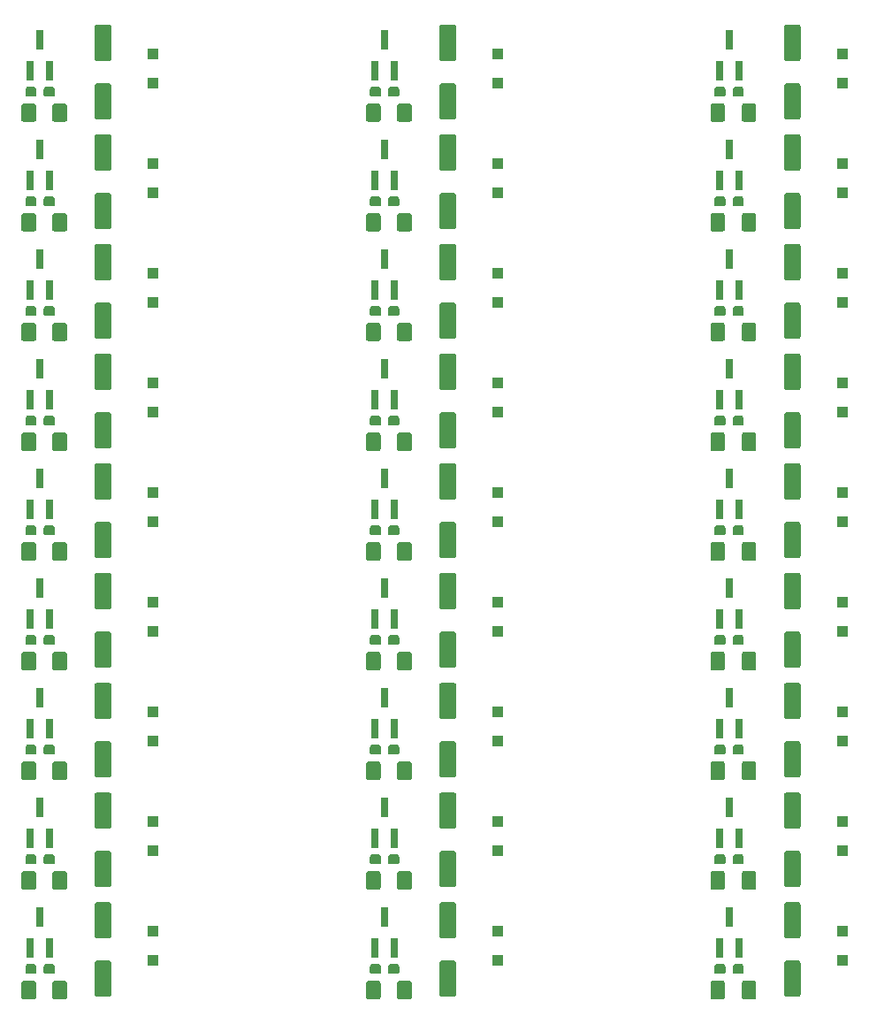
<source format=gbr>
G04 #@! TF.GenerationSoftware,KiCad,Pcbnew,5.99.0-unknown-r16857-c6889b00*
G04 #@! TF.CreationDate,2019-10-20T20:17:35+02:00*
G04 #@! TF.ProjectId,pulsr-panel,70756c73-722d-4706-916e-656c2e6b6963,rev?*
G04 #@! TF.SameCoordinates,Original*
G04 #@! TF.FileFunction,Paste,Top*
G04 #@! TF.FilePolarity,Positive*
%FSLAX46Y46*%
G04 Gerber Fmt 4.6, Leading zero omitted, Abs format (unit mm)*
G04 Created by KiCad (PCBNEW 5.99.0-unknown-r16857-c6889b00) date 2019-10-20 20:17:35*
%MOMM*%
%LPD*%
G04 APERTURE LIST*
%ADD10C,0.100000*%
%ADD11C,1.600000*%
%ADD12R,0.800000X1.900000*%
%ADD13R,1.100000X1.100000*%
%ADD14C,0.950000*%
%ADD15C,1.425000*%
G04 APERTURE END LIST*
D10*
G36*
X106245671Y-105069030D02*
G01*
X106326777Y-105123223D01*
X106380970Y-105204329D01*
X106400000Y-105300000D01*
X106400000Y-108300000D01*
X106380970Y-108395671D01*
X106326777Y-108476777D01*
X106245671Y-108530970D01*
X106150000Y-108550000D01*
X105050000Y-108550000D01*
X104954329Y-108530970D01*
X104873223Y-108476777D01*
X104819030Y-108395671D01*
X104800000Y-108300000D01*
X104800000Y-105300000D01*
X104819030Y-105204329D01*
X104873223Y-105123223D01*
X104954329Y-105069030D01*
X105050000Y-105050000D01*
X106150000Y-105050000D01*
X106245671Y-105069030D01*
X106245671Y-105069030D01*
G37*
D11*
X105600000Y-106800000D03*
D10*
G36*
X106245671Y-110669030D02*
G01*
X106326777Y-110723223D01*
X106380970Y-110804329D01*
X106400000Y-110900000D01*
X106400000Y-113900000D01*
X106380970Y-113995671D01*
X106326777Y-114076777D01*
X106245671Y-114130970D01*
X106150000Y-114150000D01*
X105050000Y-114150000D01*
X104954329Y-114130970D01*
X104873223Y-114076777D01*
X104819030Y-113995671D01*
X104800000Y-113900000D01*
X104800000Y-110900000D01*
X104819030Y-110804329D01*
X104873223Y-110723223D01*
X104954329Y-110669030D01*
X105050000Y-110650000D01*
X106150000Y-110650000D01*
X106245671Y-110669030D01*
X106245671Y-110669030D01*
G37*
D11*
X105600000Y-112400000D03*
D10*
G36*
X73245671Y-105069030D02*
G01*
X73326777Y-105123223D01*
X73380970Y-105204329D01*
X73400000Y-105300000D01*
X73400000Y-108300000D01*
X73380970Y-108395671D01*
X73326777Y-108476777D01*
X73245671Y-108530970D01*
X73150000Y-108550000D01*
X72050000Y-108550000D01*
X71954329Y-108530970D01*
X71873223Y-108476777D01*
X71819030Y-108395671D01*
X71800000Y-108300000D01*
X71800000Y-105300000D01*
X71819030Y-105204329D01*
X71873223Y-105123223D01*
X71954329Y-105069030D01*
X72050000Y-105050000D01*
X73150000Y-105050000D01*
X73245671Y-105069030D01*
X73245671Y-105069030D01*
G37*
D11*
X72600000Y-106800000D03*
D10*
G36*
X73245671Y-110669030D02*
G01*
X73326777Y-110723223D01*
X73380970Y-110804329D01*
X73400000Y-110900000D01*
X73400000Y-113900000D01*
X73380970Y-113995671D01*
X73326777Y-114076777D01*
X73245671Y-114130970D01*
X73150000Y-114150000D01*
X72050000Y-114150000D01*
X71954329Y-114130970D01*
X71873223Y-114076777D01*
X71819030Y-113995671D01*
X71800000Y-113900000D01*
X71800000Y-110900000D01*
X71819030Y-110804329D01*
X71873223Y-110723223D01*
X71954329Y-110669030D01*
X72050000Y-110650000D01*
X73150000Y-110650000D01*
X73245671Y-110669030D01*
X73245671Y-110669030D01*
G37*
D11*
X72600000Y-112400000D03*
D10*
G36*
X40245671Y-105069030D02*
G01*
X40326777Y-105123223D01*
X40380970Y-105204329D01*
X40400000Y-105300000D01*
X40400000Y-108300000D01*
X40380970Y-108395671D01*
X40326777Y-108476777D01*
X40245671Y-108530970D01*
X40150000Y-108550000D01*
X39050000Y-108550000D01*
X38954329Y-108530970D01*
X38873223Y-108476777D01*
X38819030Y-108395671D01*
X38800000Y-108300000D01*
X38800000Y-105300000D01*
X38819030Y-105204329D01*
X38873223Y-105123223D01*
X38954329Y-105069030D01*
X39050000Y-105050000D01*
X40150000Y-105050000D01*
X40245671Y-105069030D01*
X40245671Y-105069030D01*
G37*
D11*
X39600000Y-106800000D03*
D10*
G36*
X40245671Y-110669030D02*
G01*
X40326777Y-110723223D01*
X40380970Y-110804329D01*
X40400000Y-110900000D01*
X40400000Y-113900000D01*
X40380970Y-113995671D01*
X40326777Y-114076777D01*
X40245671Y-114130970D01*
X40150000Y-114150000D01*
X39050000Y-114150000D01*
X38954329Y-114130970D01*
X38873223Y-114076777D01*
X38819030Y-113995671D01*
X38800000Y-113900000D01*
X38800000Y-110900000D01*
X38819030Y-110804329D01*
X38873223Y-110723223D01*
X38954329Y-110669030D01*
X39050000Y-110650000D01*
X40150000Y-110650000D01*
X40245671Y-110669030D01*
X40245671Y-110669030D01*
G37*
D11*
X39600000Y-112400000D03*
D10*
G36*
X106245671Y-94569030D02*
G01*
X106326777Y-94623223D01*
X106380970Y-94704329D01*
X106400000Y-94800000D01*
X106400000Y-97800000D01*
X106380970Y-97895671D01*
X106326777Y-97976777D01*
X106245671Y-98030970D01*
X106150000Y-98050000D01*
X105050000Y-98050000D01*
X104954329Y-98030970D01*
X104873223Y-97976777D01*
X104819030Y-97895671D01*
X104800000Y-97800000D01*
X104800000Y-94800000D01*
X104819030Y-94704329D01*
X104873223Y-94623223D01*
X104954329Y-94569030D01*
X105050000Y-94550000D01*
X106150000Y-94550000D01*
X106245671Y-94569030D01*
X106245671Y-94569030D01*
G37*
D11*
X105600000Y-96300000D03*
D10*
G36*
X106245671Y-100169030D02*
G01*
X106326777Y-100223223D01*
X106380970Y-100304329D01*
X106400000Y-100400000D01*
X106400000Y-103400000D01*
X106380970Y-103495671D01*
X106326777Y-103576777D01*
X106245671Y-103630970D01*
X106150000Y-103650000D01*
X105050000Y-103650000D01*
X104954329Y-103630970D01*
X104873223Y-103576777D01*
X104819030Y-103495671D01*
X104800000Y-103400000D01*
X104800000Y-100400000D01*
X104819030Y-100304329D01*
X104873223Y-100223223D01*
X104954329Y-100169030D01*
X105050000Y-100150000D01*
X106150000Y-100150000D01*
X106245671Y-100169030D01*
X106245671Y-100169030D01*
G37*
D11*
X105600000Y-101900000D03*
D10*
G36*
X73245671Y-94569030D02*
G01*
X73326777Y-94623223D01*
X73380970Y-94704329D01*
X73400000Y-94800000D01*
X73400000Y-97800000D01*
X73380970Y-97895671D01*
X73326777Y-97976777D01*
X73245671Y-98030970D01*
X73150000Y-98050000D01*
X72050000Y-98050000D01*
X71954329Y-98030970D01*
X71873223Y-97976777D01*
X71819030Y-97895671D01*
X71800000Y-97800000D01*
X71800000Y-94800000D01*
X71819030Y-94704329D01*
X71873223Y-94623223D01*
X71954329Y-94569030D01*
X72050000Y-94550000D01*
X73150000Y-94550000D01*
X73245671Y-94569030D01*
X73245671Y-94569030D01*
G37*
D11*
X72600000Y-96300000D03*
D10*
G36*
X73245671Y-100169030D02*
G01*
X73326777Y-100223223D01*
X73380970Y-100304329D01*
X73400000Y-100400000D01*
X73400000Y-103400000D01*
X73380970Y-103495671D01*
X73326777Y-103576777D01*
X73245671Y-103630970D01*
X73150000Y-103650000D01*
X72050000Y-103650000D01*
X71954329Y-103630970D01*
X71873223Y-103576777D01*
X71819030Y-103495671D01*
X71800000Y-103400000D01*
X71800000Y-100400000D01*
X71819030Y-100304329D01*
X71873223Y-100223223D01*
X71954329Y-100169030D01*
X72050000Y-100150000D01*
X73150000Y-100150000D01*
X73245671Y-100169030D01*
X73245671Y-100169030D01*
G37*
D11*
X72600000Y-101900000D03*
D10*
G36*
X40245671Y-94569030D02*
G01*
X40326777Y-94623223D01*
X40380970Y-94704329D01*
X40400000Y-94800000D01*
X40400000Y-97800000D01*
X40380970Y-97895671D01*
X40326777Y-97976777D01*
X40245671Y-98030970D01*
X40150000Y-98050000D01*
X39050000Y-98050000D01*
X38954329Y-98030970D01*
X38873223Y-97976777D01*
X38819030Y-97895671D01*
X38800000Y-97800000D01*
X38800000Y-94800000D01*
X38819030Y-94704329D01*
X38873223Y-94623223D01*
X38954329Y-94569030D01*
X39050000Y-94550000D01*
X40150000Y-94550000D01*
X40245671Y-94569030D01*
X40245671Y-94569030D01*
G37*
D11*
X39600000Y-96300000D03*
D10*
G36*
X40245671Y-100169030D02*
G01*
X40326777Y-100223223D01*
X40380970Y-100304329D01*
X40400000Y-100400000D01*
X40400000Y-103400000D01*
X40380970Y-103495671D01*
X40326777Y-103576777D01*
X40245671Y-103630970D01*
X40150000Y-103650000D01*
X39050000Y-103650000D01*
X38954329Y-103630970D01*
X38873223Y-103576777D01*
X38819030Y-103495671D01*
X38800000Y-103400000D01*
X38800000Y-100400000D01*
X38819030Y-100304329D01*
X38873223Y-100223223D01*
X38954329Y-100169030D01*
X39050000Y-100150000D01*
X40150000Y-100150000D01*
X40245671Y-100169030D01*
X40245671Y-100169030D01*
G37*
D11*
X39600000Y-101900000D03*
D10*
G36*
X106245671Y-84069030D02*
G01*
X106326777Y-84123223D01*
X106380970Y-84204329D01*
X106400000Y-84300000D01*
X106400000Y-87300000D01*
X106380970Y-87395671D01*
X106326777Y-87476777D01*
X106245671Y-87530970D01*
X106150000Y-87550000D01*
X105050000Y-87550000D01*
X104954329Y-87530970D01*
X104873223Y-87476777D01*
X104819030Y-87395671D01*
X104800000Y-87300000D01*
X104800000Y-84300000D01*
X104819030Y-84204329D01*
X104873223Y-84123223D01*
X104954329Y-84069030D01*
X105050000Y-84050000D01*
X106150000Y-84050000D01*
X106245671Y-84069030D01*
X106245671Y-84069030D01*
G37*
D11*
X105600000Y-85800000D03*
D10*
G36*
X106245671Y-89669030D02*
G01*
X106326777Y-89723223D01*
X106380970Y-89804329D01*
X106400000Y-89900000D01*
X106400000Y-92900000D01*
X106380970Y-92995671D01*
X106326777Y-93076777D01*
X106245671Y-93130970D01*
X106150000Y-93150000D01*
X105050000Y-93150000D01*
X104954329Y-93130970D01*
X104873223Y-93076777D01*
X104819030Y-92995671D01*
X104800000Y-92900000D01*
X104800000Y-89900000D01*
X104819030Y-89804329D01*
X104873223Y-89723223D01*
X104954329Y-89669030D01*
X105050000Y-89650000D01*
X106150000Y-89650000D01*
X106245671Y-89669030D01*
X106245671Y-89669030D01*
G37*
D11*
X105600000Y-91400000D03*
D10*
G36*
X73245671Y-84069030D02*
G01*
X73326777Y-84123223D01*
X73380970Y-84204329D01*
X73400000Y-84300000D01*
X73400000Y-87300000D01*
X73380970Y-87395671D01*
X73326777Y-87476777D01*
X73245671Y-87530970D01*
X73150000Y-87550000D01*
X72050000Y-87550000D01*
X71954329Y-87530970D01*
X71873223Y-87476777D01*
X71819030Y-87395671D01*
X71800000Y-87300000D01*
X71800000Y-84300000D01*
X71819030Y-84204329D01*
X71873223Y-84123223D01*
X71954329Y-84069030D01*
X72050000Y-84050000D01*
X73150000Y-84050000D01*
X73245671Y-84069030D01*
X73245671Y-84069030D01*
G37*
D11*
X72600000Y-85800000D03*
D10*
G36*
X73245671Y-89669030D02*
G01*
X73326777Y-89723223D01*
X73380970Y-89804329D01*
X73400000Y-89900000D01*
X73400000Y-92900000D01*
X73380970Y-92995671D01*
X73326777Y-93076777D01*
X73245671Y-93130970D01*
X73150000Y-93150000D01*
X72050000Y-93150000D01*
X71954329Y-93130970D01*
X71873223Y-93076777D01*
X71819030Y-92995671D01*
X71800000Y-92900000D01*
X71800000Y-89900000D01*
X71819030Y-89804329D01*
X71873223Y-89723223D01*
X71954329Y-89669030D01*
X72050000Y-89650000D01*
X73150000Y-89650000D01*
X73245671Y-89669030D01*
X73245671Y-89669030D01*
G37*
D11*
X72600000Y-91400000D03*
D10*
G36*
X40245671Y-84069030D02*
G01*
X40326777Y-84123223D01*
X40380970Y-84204329D01*
X40400000Y-84300000D01*
X40400000Y-87300000D01*
X40380970Y-87395671D01*
X40326777Y-87476777D01*
X40245671Y-87530970D01*
X40150000Y-87550000D01*
X39050000Y-87550000D01*
X38954329Y-87530970D01*
X38873223Y-87476777D01*
X38819030Y-87395671D01*
X38800000Y-87300000D01*
X38800000Y-84300000D01*
X38819030Y-84204329D01*
X38873223Y-84123223D01*
X38954329Y-84069030D01*
X39050000Y-84050000D01*
X40150000Y-84050000D01*
X40245671Y-84069030D01*
X40245671Y-84069030D01*
G37*
D11*
X39600000Y-85800000D03*
D10*
G36*
X40245671Y-89669030D02*
G01*
X40326777Y-89723223D01*
X40380970Y-89804329D01*
X40400000Y-89900000D01*
X40400000Y-92900000D01*
X40380970Y-92995671D01*
X40326777Y-93076777D01*
X40245671Y-93130970D01*
X40150000Y-93150000D01*
X39050000Y-93150000D01*
X38954329Y-93130970D01*
X38873223Y-93076777D01*
X38819030Y-92995671D01*
X38800000Y-92900000D01*
X38800000Y-89900000D01*
X38819030Y-89804329D01*
X38873223Y-89723223D01*
X38954329Y-89669030D01*
X39050000Y-89650000D01*
X40150000Y-89650000D01*
X40245671Y-89669030D01*
X40245671Y-89669030D01*
G37*
D11*
X39600000Y-91400000D03*
D10*
G36*
X106245671Y-73569030D02*
G01*
X106326777Y-73623223D01*
X106380970Y-73704329D01*
X106400000Y-73800000D01*
X106400000Y-76800000D01*
X106380970Y-76895671D01*
X106326777Y-76976777D01*
X106245671Y-77030970D01*
X106150000Y-77050000D01*
X105050000Y-77050000D01*
X104954329Y-77030970D01*
X104873223Y-76976777D01*
X104819030Y-76895671D01*
X104800000Y-76800000D01*
X104800000Y-73800000D01*
X104819030Y-73704329D01*
X104873223Y-73623223D01*
X104954329Y-73569030D01*
X105050000Y-73550000D01*
X106150000Y-73550000D01*
X106245671Y-73569030D01*
X106245671Y-73569030D01*
G37*
D11*
X105600000Y-75300000D03*
D10*
G36*
X106245671Y-79169030D02*
G01*
X106326777Y-79223223D01*
X106380970Y-79304329D01*
X106400000Y-79400000D01*
X106400000Y-82400000D01*
X106380970Y-82495671D01*
X106326777Y-82576777D01*
X106245671Y-82630970D01*
X106150000Y-82650000D01*
X105050000Y-82650000D01*
X104954329Y-82630970D01*
X104873223Y-82576777D01*
X104819030Y-82495671D01*
X104800000Y-82400000D01*
X104800000Y-79400000D01*
X104819030Y-79304329D01*
X104873223Y-79223223D01*
X104954329Y-79169030D01*
X105050000Y-79150000D01*
X106150000Y-79150000D01*
X106245671Y-79169030D01*
X106245671Y-79169030D01*
G37*
D11*
X105600000Y-80900000D03*
D10*
G36*
X73245671Y-73569030D02*
G01*
X73326777Y-73623223D01*
X73380970Y-73704329D01*
X73400000Y-73800000D01*
X73400000Y-76800000D01*
X73380970Y-76895671D01*
X73326777Y-76976777D01*
X73245671Y-77030970D01*
X73150000Y-77050000D01*
X72050000Y-77050000D01*
X71954329Y-77030970D01*
X71873223Y-76976777D01*
X71819030Y-76895671D01*
X71800000Y-76800000D01*
X71800000Y-73800000D01*
X71819030Y-73704329D01*
X71873223Y-73623223D01*
X71954329Y-73569030D01*
X72050000Y-73550000D01*
X73150000Y-73550000D01*
X73245671Y-73569030D01*
X73245671Y-73569030D01*
G37*
D11*
X72600000Y-75300000D03*
D10*
G36*
X73245671Y-79169030D02*
G01*
X73326777Y-79223223D01*
X73380970Y-79304329D01*
X73400000Y-79400000D01*
X73400000Y-82400000D01*
X73380970Y-82495671D01*
X73326777Y-82576777D01*
X73245671Y-82630970D01*
X73150000Y-82650000D01*
X72050000Y-82650000D01*
X71954329Y-82630970D01*
X71873223Y-82576777D01*
X71819030Y-82495671D01*
X71800000Y-82400000D01*
X71800000Y-79400000D01*
X71819030Y-79304329D01*
X71873223Y-79223223D01*
X71954329Y-79169030D01*
X72050000Y-79150000D01*
X73150000Y-79150000D01*
X73245671Y-79169030D01*
X73245671Y-79169030D01*
G37*
D11*
X72600000Y-80900000D03*
D10*
G36*
X40245671Y-73569030D02*
G01*
X40326777Y-73623223D01*
X40380970Y-73704329D01*
X40400000Y-73800000D01*
X40400000Y-76800000D01*
X40380970Y-76895671D01*
X40326777Y-76976777D01*
X40245671Y-77030970D01*
X40150000Y-77050000D01*
X39050000Y-77050000D01*
X38954329Y-77030970D01*
X38873223Y-76976777D01*
X38819030Y-76895671D01*
X38800000Y-76800000D01*
X38800000Y-73800000D01*
X38819030Y-73704329D01*
X38873223Y-73623223D01*
X38954329Y-73569030D01*
X39050000Y-73550000D01*
X40150000Y-73550000D01*
X40245671Y-73569030D01*
X40245671Y-73569030D01*
G37*
D11*
X39600000Y-75300000D03*
D10*
G36*
X40245671Y-79169030D02*
G01*
X40326777Y-79223223D01*
X40380970Y-79304329D01*
X40400000Y-79400000D01*
X40400000Y-82400000D01*
X40380970Y-82495671D01*
X40326777Y-82576777D01*
X40245671Y-82630970D01*
X40150000Y-82650000D01*
X39050000Y-82650000D01*
X38954329Y-82630970D01*
X38873223Y-82576777D01*
X38819030Y-82495671D01*
X38800000Y-82400000D01*
X38800000Y-79400000D01*
X38819030Y-79304329D01*
X38873223Y-79223223D01*
X38954329Y-79169030D01*
X39050000Y-79150000D01*
X40150000Y-79150000D01*
X40245671Y-79169030D01*
X40245671Y-79169030D01*
G37*
D11*
X39600000Y-80900000D03*
D10*
G36*
X106245671Y-63069030D02*
G01*
X106326777Y-63123223D01*
X106380970Y-63204329D01*
X106400000Y-63300000D01*
X106400000Y-66300000D01*
X106380970Y-66395671D01*
X106326777Y-66476777D01*
X106245671Y-66530970D01*
X106150000Y-66550000D01*
X105050000Y-66550000D01*
X104954329Y-66530970D01*
X104873223Y-66476777D01*
X104819030Y-66395671D01*
X104800000Y-66300000D01*
X104800000Y-63300000D01*
X104819030Y-63204329D01*
X104873223Y-63123223D01*
X104954329Y-63069030D01*
X105050000Y-63050000D01*
X106150000Y-63050000D01*
X106245671Y-63069030D01*
X106245671Y-63069030D01*
G37*
D11*
X105600000Y-64800000D03*
D10*
G36*
X106245671Y-68669030D02*
G01*
X106326777Y-68723223D01*
X106380970Y-68804329D01*
X106400000Y-68900000D01*
X106400000Y-71900000D01*
X106380970Y-71995671D01*
X106326777Y-72076777D01*
X106245671Y-72130970D01*
X106150000Y-72150000D01*
X105050000Y-72150000D01*
X104954329Y-72130970D01*
X104873223Y-72076777D01*
X104819030Y-71995671D01*
X104800000Y-71900000D01*
X104800000Y-68900000D01*
X104819030Y-68804329D01*
X104873223Y-68723223D01*
X104954329Y-68669030D01*
X105050000Y-68650000D01*
X106150000Y-68650000D01*
X106245671Y-68669030D01*
X106245671Y-68669030D01*
G37*
D11*
X105600000Y-70400000D03*
D10*
G36*
X73245671Y-63069030D02*
G01*
X73326777Y-63123223D01*
X73380970Y-63204329D01*
X73400000Y-63300000D01*
X73400000Y-66300000D01*
X73380970Y-66395671D01*
X73326777Y-66476777D01*
X73245671Y-66530970D01*
X73150000Y-66550000D01*
X72050000Y-66550000D01*
X71954329Y-66530970D01*
X71873223Y-66476777D01*
X71819030Y-66395671D01*
X71800000Y-66300000D01*
X71800000Y-63300000D01*
X71819030Y-63204329D01*
X71873223Y-63123223D01*
X71954329Y-63069030D01*
X72050000Y-63050000D01*
X73150000Y-63050000D01*
X73245671Y-63069030D01*
X73245671Y-63069030D01*
G37*
D11*
X72600000Y-64800000D03*
D10*
G36*
X73245671Y-68669030D02*
G01*
X73326777Y-68723223D01*
X73380970Y-68804329D01*
X73400000Y-68900000D01*
X73400000Y-71900000D01*
X73380970Y-71995671D01*
X73326777Y-72076777D01*
X73245671Y-72130970D01*
X73150000Y-72150000D01*
X72050000Y-72150000D01*
X71954329Y-72130970D01*
X71873223Y-72076777D01*
X71819030Y-71995671D01*
X71800000Y-71900000D01*
X71800000Y-68900000D01*
X71819030Y-68804329D01*
X71873223Y-68723223D01*
X71954329Y-68669030D01*
X72050000Y-68650000D01*
X73150000Y-68650000D01*
X73245671Y-68669030D01*
X73245671Y-68669030D01*
G37*
D11*
X72600000Y-70400000D03*
D10*
G36*
X40245671Y-63069030D02*
G01*
X40326777Y-63123223D01*
X40380970Y-63204329D01*
X40400000Y-63300000D01*
X40400000Y-66300000D01*
X40380970Y-66395671D01*
X40326777Y-66476777D01*
X40245671Y-66530970D01*
X40150000Y-66550000D01*
X39050000Y-66550000D01*
X38954329Y-66530970D01*
X38873223Y-66476777D01*
X38819030Y-66395671D01*
X38800000Y-66300000D01*
X38800000Y-63300000D01*
X38819030Y-63204329D01*
X38873223Y-63123223D01*
X38954329Y-63069030D01*
X39050000Y-63050000D01*
X40150000Y-63050000D01*
X40245671Y-63069030D01*
X40245671Y-63069030D01*
G37*
D11*
X39600000Y-64800000D03*
D10*
G36*
X40245671Y-68669030D02*
G01*
X40326777Y-68723223D01*
X40380970Y-68804329D01*
X40400000Y-68900000D01*
X40400000Y-71900000D01*
X40380970Y-71995671D01*
X40326777Y-72076777D01*
X40245671Y-72130970D01*
X40150000Y-72150000D01*
X39050000Y-72150000D01*
X38954329Y-72130970D01*
X38873223Y-72076777D01*
X38819030Y-71995671D01*
X38800000Y-71900000D01*
X38800000Y-68900000D01*
X38819030Y-68804329D01*
X38873223Y-68723223D01*
X38954329Y-68669030D01*
X39050000Y-68650000D01*
X40150000Y-68650000D01*
X40245671Y-68669030D01*
X40245671Y-68669030D01*
G37*
D11*
X39600000Y-70400000D03*
D10*
G36*
X106245671Y-52569030D02*
G01*
X106326777Y-52623223D01*
X106380970Y-52704329D01*
X106400000Y-52800000D01*
X106400000Y-55800000D01*
X106380970Y-55895671D01*
X106326777Y-55976777D01*
X106245671Y-56030970D01*
X106150000Y-56050000D01*
X105050000Y-56050000D01*
X104954329Y-56030970D01*
X104873223Y-55976777D01*
X104819030Y-55895671D01*
X104800000Y-55800000D01*
X104800000Y-52800000D01*
X104819030Y-52704329D01*
X104873223Y-52623223D01*
X104954329Y-52569030D01*
X105050000Y-52550000D01*
X106150000Y-52550000D01*
X106245671Y-52569030D01*
X106245671Y-52569030D01*
G37*
D11*
X105600000Y-54300000D03*
D10*
G36*
X106245671Y-58169030D02*
G01*
X106326777Y-58223223D01*
X106380970Y-58304329D01*
X106400000Y-58400000D01*
X106400000Y-61400000D01*
X106380970Y-61495671D01*
X106326777Y-61576777D01*
X106245671Y-61630970D01*
X106150000Y-61650000D01*
X105050000Y-61650000D01*
X104954329Y-61630970D01*
X104873223Y-61576777D01*
X104819030Y-61495671D01*
X104800000Y-61400000D01*
X104800000Y-58400000D01*
X104819030Y-58304329D01*
X104873223Y-58223223D01*
X104954329Y-58169030D01*
X105050000Y-58150000D01*
X106150000Y-58150000D01*
X106245671Y-58169030D01*
X106245671Y-58169030D01*
G37*
D11*
X105600000Y-59900000D03*
D10*
G36*
X73245671Y-52569030D02*
G01*
X73326777Y-52623223D01*
X73380970Y-52704329D01*
X73400000Y-52800000D01*
X73400000Y-55800000D01*
X73380970Y-55895671D01*
X73326777Y-55976777D01*
X73245671Y-56030970D01*
X73150000Y-56050000D01*
X72050000Y-56050000D01*
X71954329Y-56030970D01*
X71873223Y-55976777D01*
X71819030Y-55895671D01*
X71800000Y-55800000D01*
X71800000Y-52800000D01*
X71819030Y-52704329D01*
X71873223Y-52623223D01*
X71954329Y-52569030D01*
X72050000Y-52550000D01*
X73150000Y-52550000D01*
X73245671Y-52569030D01*
X73245671Y-52569030D01*
G37*
D11*
X72600000Y-54300000D03*
D10*
G36*
X73245671Y-58169030D02*
G01*
X73326777Y-58223223D01*
X73380970Y-58304329D01*
X73400000Y-58400000D01*
X73400000Y-61400000D01*
X73380970Y-61495671D01*
X73326777Y-61576777D01*
X73245671Y-61630970D01*
X73150000Y-61650000D01*
X72050000Y-61650000D01*
X71954329Y-61630970D01*
X71873223Y-61576777D01*
X71819030Y-61495671D01*
X71800000Y-61400000D01*
X71800000Y-58400000D01*
X71819030Y-58304329D01*
X71873223Y-58223223D01*
X71954329Y-58169030D01*
X72050000Y-58150000D01*
X73150000Y-58150000D01*
X73245671Y-58169030D01*
X73245671Y-58169030D01*
G37*
D11*
X72600000Y-59900000D03*
D10*
G36*
X40245671Y-52569030D02*
G01*
X40326777Y-52623223D01*
X40380970Y-52704329D01*
X40400000Y-52800000D01*
X40400000Y-55800000D01*
X40380970Y-55895671D01*
X40326777Y-55976777D01*
X40245671Y-56030970D01*
X40150000Y-56050000D01*
X39050000Y-56050000D01*
X38954329Y-56030970D01*
X38873223Y-55976777D01*
X38819030Y-55895671D01*
X38800000Y-55800000D01*
X38800000Y-52800000D01*
X38819030Y-52704329D01*
X38873223Y-52623223D01*
X38954329Y-52569030D01*
X39050000Y-52550000D01*
X40150000Y-52550000D01*
X40245671Y-52569030D01*
X40245671Y-52569030D01*
G37*
D11*
X39600000Y-54300000D03*
D10*
G36*
X40245671Y-58169030D02*
G01*
X40326777Y-58223223D01*
X40380970Y-58304329D01*
X40400000Y-58400000D01*
X40400000Y-61400000D01*
X40380970Y-61495671D01*
X40326777Y-61576777D01*
X40245671Y-61630970D01*
X40150000Y-61650000D01*
X39050000Y-61650000D01*
X38954329Y-61630970D01*
X38873223Y-61576777D01*
X38819030Y-61495671D01*
X38800000Y-61400000D01*
X38800000Y-58400000D01*
X38819030Y-58304329D01*
X38873223Y-58223223D01*
X38954329Y-58169030D01*
X39050000Y-58150000D01*
X40150000Y-58150000D01*
X40245671Y-58169030D01*
X40245671Y-58169030D01*
G37*
D11*
X39600000Y-59900000D03*
D10*
G36*
X106245671Y-42069030D02*
G01*
X106326777Y-42123223D01*
X106380970Y-42204329D01*
X106400000Y-42300000D01*
X106400000Y-45300000D01*
X106380970Y-45395671D01*
X106326777Y-45476777D01*
X106245671Y-45530970D01*
X106150000Y-45550000D01*
X105050000Y-45550000D01*
X104954329Y-45530970D01*
X104873223Y-45476777D01*
X104819030Y-45395671D01*
X104800000Y-45300000D01*
X104800000Y-42300000D01*
X104819030Y-42204329D01*
X104873223Y-42123223D01*
X104954329Y-42069030D01*
X105050000Y-42050000D01*
X106150000Y-42050000D01*
X106245671Y-42069030D01*
X106245671Y-42069030D01*
G37*
D11*
X105600000Y-43800000D03*
D10*
G36*
X106245671Y-47669030D02*
G01*
X106326777Y-47723223D01*
X106380970Y-47804329D01*
X106400000Y-47900000D01*
X106400000Y-50900000D01*
X106380970Y-50995671D01*
X106326777Y-51076777D01*
X106245671Y-51130970D01*
X106150000Y-51150000D01*
X105050000Y-51150000D01*
X104954329Y-51130970D01*
X104873223Y-51076777D01*
X104819030Y-50995671D01*
X104800000Y-50900000D01*
X104800000Y-47900000D01*
X104819030Y-47804329D01*
X104873223Y-47723223D01*
X104954329Y-47669030D01*
X105050000Y-47650000D01*
X106150000Y-47650000D01*
X106245671Y-47669030D01*
X106245671Y-47669030D01*
G37*
D11*
X105600000Y-49400000D03*
D10*
G36*
X73245671Y-42069030D02*
G01*
X73326777Y-42123223D01*
X73380970Y-42204329D01*
X73400000Y-42300000D01*
X73400000Y-45300000D01*
X73380970Y-45395671D01*
X73326777Y-45476777D01*
X73245671Y-45530970D01*
X73150000Y-45550000D01*
X72050000Y-45550000D01*
X71954329Y-45530970D01*
X71873223Y-45476777D01*
X71819030Y-45395671D01*
X71800000Y-45300000D01*
X71800000Y-42300000D01*
X71819030Y-42204329D01*
X71873223Y-42123223D01*
X71954329Y-42069030D01*
X72050000Y-42050000D01*
X73150000Y-42050000D01*
X73245671Y-42069030D01*
X73245671Y-42069030D01*
G37*
D11*
X72600000Y-43800000D03*
D10*
G36*
X73245671Y-47669030D02*
G01*
X73326777Y-47723223D01*
X73380970Y-47804329D01*
X73400000Y-47900000D01*
X73400000Y-50900000D01*
X73380970Y-50995671D01*
X73326777Y-51076777D01*
X73245671Y-51130970D01*
X73150000Y-51150000D01*
X72050000Y-51150000D01*
X71954329Y-51130970D01*
X71873223Y-51076777D01*
X71819030Y-50995671D01*
X71800000Y-50900000D01*
X71800000Y-47900000D01*
X71819030Y-47804329D01*
X71873223Y-47723223D01*
X71954329Y-47669030D01*
X72050000Y-47650000D01*
X73150000Y-47650000D01*
X73245671Y-47669030D01*
X73245671Y-47669030D01*
G37*
D11*
X72600000Y-49400000D03*
D10*
G36*
X40245671Y-42069030D02*
G01*
X40326777Y-42123223D01*
X40380970Y-42204329D01*
X40400000Y-42300000D01*
X40400000Y-45300000D01*
X40380970Y-45395671D01*
X40326777Y-45476777D01*
X40245671Y-45530970D01*
X40150000Y-45550000D01*
X39050000Y-45550000D01*
X38954329Y-45530970D01*
X38873223Y-45476777D01*
X38819030Y-45395671D01*
X38800000Y-45300000D01*
X38800000Y-42300000D01*
X38819030Y-42204329D01*
X38873223Y-42123223D01*
X38954329Y-42069030D01*
X39050000Y-42050000D01*
X40150000Y-42050000D01*
X40245671Y-42069030D01*
X40245671Y-42069030D01*
G37*
D11*
X39600000Y-43800000D03*
D10*
G36*
X40245671Y-47669030D02*
G01*
X40326777Y-47723223D01*
X40380970Y-47804329D01*
X40400000Y-47900000D01*
X40400000Y-50900000D01*
X40380970Y-50995671D01*
X40326777Y-51076777D01*
X40245671Y-51130970D01*
X40150000Y-51150000D01*
X39050000Y-51150000D01*
X38954329Y-51130970D01*
X38873223Y-51076777D01*
X38819030Y-50995671D01*
X38800000Y-50900000D01*
X38800000Y-47900000D01*
X38819030Y-47804329D01*
X38873223Y-47723223D01*
X38954329Y-47669030D01*
X39050000Y-47650000D01*
X40150000Y-47650000D01*
X40245671Y-47669030D01*
X40245671Y-47669030D01*
G37*
D11*
X39600000Y-49400000D03*
D10*
G36*
X106245671Y-31569030D02*
G01*
X106326777Y-31623223D01*
X106380970Y-31704329D01*
X106400000Y-31800000D01*
X106400000Y-34800000D01*
X106380970Y-34895671D01*
X106326777Y-34976777D01*
X106245671Y-35030970D01*
X106150000Y-35050000D01*
X105050000Y-35050000D01*
X104954329Y-35030970D01*
X104873223Y-34976777D01*
X104819030Y-34895671D01*
X104800000Y-34800000D01*
X104800000Y-31800000D01*
X104819030Y-31704329D01*
X104873223Y-31623223D01*
X104954329Y-31569030D01*
X105050000Y-31550000D01*
X106150000Y-31550000D01*
X106245671Y-31569030D01*
X106245671Y-31569030D01*
G37*
D11*
X105600000Y-33300000D03*
D10*
G36*
X106245671Y-37169030D02*
G01*
X106326777Y-37223223D01*
X106380970Y-37304329D01*
X106400000Y-37400000D01*
X106400000Y-40400000D01*
X106380970Y-40495671D01*
X106326777Y-40576777D01*
X106245671Y-40630970D01*
X106150000Y-40650000D01*
X105050000Y-40650000D01*
X104954329Y-40630970D01*
X104873223Y-40576777D01*
X104819030Y-40495671D01*
X104800000Y-40400000D01*
X104800000Y-37400000D01*
X104819030Y-37304329D01*
X104873223Y-37223223D01*
X104954329Y-37169030D01*
X105050000Y-37150000D01*
X106150000Y-37150000D01*
X106245671Y-37169030D01*
X106245671Y-37169030D01*
G37*
D11*
X105600000Y-38900000D03*
D10*
G36*
X73245671Y-31569030D02*
G01*
X73326777Y-31623223D01*
X73380970Y-31704329D01*
X73400000Y-31800000D01*
X73400000Y-34800000D01*
X73380970Y-34895671D01*
X73326777Y-34976777D01*
X73245671Y-35030970D01*
X73150000Y-35050000D01*
X72050000Y-35050000D01*
X71954329Y-35030970D01*
X71873223Y-34976777D01*
X71819030Y-34895671D01*
X71800000Y-34800000D01*
X71800000Y-31800000D01*
X71819030Y-31704329D01*
X71873223Y-31623223D01*
X71954329Y-31569030D01*
X72050000Y-31550000D01*
X73150000Y-31550000D01*
X73245671Y-31569030D01*
X73245671Y-31569030D01*
G37*
D11*
X72600000Y-33300000D03*
D10*
G36*
X73245671Y-37169030D02*
G01*
X73326777Y-37223223D01*
X73380970Y-37304329D01*
X73400000Y-37400000D01*
X73400000Y-40400000D01*
X73380970Y-40495671D01*
X73326777Y-40576777D01*
X73245671Y-40630970D01*
X73150000Y-40650000D01*
X72050000Y-40650000D01*
X71954329Y-40630970D01*
X71873223Y-40576777D01*
X71819030Y-40495671D01*
X71800000Y-40400000D01*
X71800000Y-37400000D01*
X71819030Y-37304329D01*
X71873223Y-37223223D01*
X71954329Y-37169030D01*
X72050000Y-37150000D01*
X73150000Y-37150000D01*
X73245671Y-37169030D01*
X73245671Y-37169030D01*
G37*
D11*
X72600000Y-38900000D03*
D10*
G36*
X40245671Y-31569030D02*
G01*
X40326777Y-31623223D01*
X40380970Y-31704329D01*
X40400000Y-31800000D01*
X40400000Y-34800000D01*
X40380970Y-34895671D01*
X40326777Y-34976777D01*
X40245671Y-35030970D01*
X40150000Y-35050000D01*
X39050000Y-35050000D01*
X38954329Y-35030970D01*
X38873223Y-34976777D01*
X38819030Y-34895671D01*
X38800000Y-34800000D01*
X38800000Y-31800000D01*
X38819030Y-31704329D01*
X38873223Y-31623223D01*
X38954329Y-31569030D01*
X39050000Y-31550000D01*
X40150000Y-31550000D01*
X40245671Y-31569030D01*
X40245671Y-31569030D01*
G37*
D11*
X39600000Y-33300000D03*
D10*
G36*
X40245671Y-37169030D02*
G01*
X40326777Y-37223223D01*
X40380970Y-37304329D01*
X40400000Y-37400000D01*
X40400000Y-40400000D01*
X40380970Y-40495671D01*
X40326777Y-40576777D01*
X40245671Y-40630970D01*
X40150000Y-40650000D01*
X39050000Y-40650000D01*
X38954329Y-40630970D01*
X38873223Y-40576777D01*
X38819030Y-40495671D01*
X38800000Y-40400000D01*
X38800000Y-37400000D01*
X38819030Y-37304329D01*
X38873223Y-37223223D01*
X38954329Y-37169030D01*
X39050000Y-37150000D01*
X40150000Y-37150000D01*
X40245671Y-37169030D01*
X40245671Y-37169030D01*
G37*
D11*
X39600000Y-38900000D03*
D10*
G36*
X106245671Y-21069030D02*
G01*
X106326777Y-21123223D01*
X106380970Y-21204329D01*
X106400000Y-21300000D01*
X106400000Y-24300000D01*
X106380970Y-24395671D01*
X106326777Y-24476777D01*
X106245671Y-24530970D01*
X106150000Y-24550000D01*
X105050000Y-24550000D01*
X104954329Y-24530970D01*
X104873223Y-24476777D01*
X104819030Y-24395671D01*
X104800000Y-24300000D01*
X104800000Y-21300000D01*
X104819030Y-21204329D01*
X104873223Y-21123223D01*
X104954329Y-21069030D01*
X105050000Y-21050000D01*
X106150000Y-21050000D01*
X106245671Y-21069030D01*
X106245671Y-21069030D01*
G37*
D11*
X105600000Y-22800000D03*
D10*
G36*
X106245671Y-26669030D02*
G01*
X106326777Y-26723223D01*
X106380970Y-26804329D01*
X106400000Y-26900000D01*
X106400000Y-29900000D01*
X106380970Y-29995671D01*
X106326777Y-30076777D01*
X106245671Y-30130970D01*
X106150000Y-30150000D01*
X105050000Y-30150000D01*
X104954329Y-30130970D01*
X104873223Y-30076777D01*
X104819030Y-29995671D01*
X104800000Y-29900000D01*
X104800000Y-26900000D01*
X104819030Y-26804329D01*
X104873223Y-26723223D01*
X104954329Y-26669030D01*
X105050000Y-26650000D01*
X106150000Y-26650000D01*
X106245671Y-26669030D01*
X106245671Y-26669030D01*
G37*
D11*
X105600000Y-28400000D03*
D10*
G36*
X73245671Y-21069030D02*
G01*
X73326777Y-21123223D01*
X73380970Y-21204329D01*
X73400000Y-21300000D01*
X73400000Y-24300000D01*
X73380970Y-24395671D01*
X73326777Y-24476777D01*
X73245671Y-24530970D01*
X73150000Y-24550000D01*
X72050000Y-24550000D01*
X71954329Y-24530970D01*
X71873223Y-24476777D01*
X71819030Y-24395671D01*
X71800000Y-24300000D01*
X71800000Y-21300000D01*
X71819030Y-21204329D01*
X71873223Y-21123223D01*
X71954329Y-21069030D01*
X72050000Y-21050000D01*
X73150000Y-21050000D01*
X73245671Y-21069030D01*
X73245671Y-21069030D01*
G37*
D11*
X72600000Y-22800000D03*
D10*
G36*
X73245671Y-26669030D02*
G01*
X73326777Y-26723223D01*
X73380970Y-26804329D01*
X73400000Y-26900000D01*
X73400000Y-29900000D01*
X73380970Y-29995671D01*
X73326777Y-30076777D01*
X73245671Y-30130970D01*
X73150000Y-30150000D01*
X72050000Y-30150000D01*
X71954329Y-30130970D01*
X71873223Y-30076777D01*
X71819030Y-29995671D01*
X71800000Y-29900000D01*
X71800000Y-26900000D01*
X71819030Y-26804329D01*
X71873223Y-26723223D01*
X71954329Y-26669030D01*
X72050000Y-26650000D01*
X73150000Y-26650000D01*
X73245671Y-26669030D01*
X73245671Y-26669030D01*
G37*
D11*
X72600000Y-28400000D03*
D12*
X99550000Y-106500000D03*
X100500000Y-109500000D03*
X98600000Y-109500000D03*
X66550000Y-106500000D03*
X67500000Y-109500000D03*
X65600000Y-109500000D03*
X33550000Y-106500000D03*
X34500000Y-109500000D03*
X32600000Y-109500000D03*
X99550000Y-96000000D03*
X100500000Y-99000000D03*
X98600000Y-99000000D03*
X66550000Y-96000000D03*
X67500000Y-99000000D03*
X65600000Y-99000000D03*
X33550000Y-96000000D03*
X34500000Y-99000000D03*
X32600000Y-99000000D03*
X99550000Y-85500000D03*
X100500000Y-88500000D03*
X98600000Y-88500000D03*
X66550000Y-85500000D03*
X67500000Y-88500000D03*
X65600000Y-88500000D03*
X33550000Y-85500000D03*
X34500000Y-88500000D03*
X32600000Y-88500000D03*
X99550000Y-75000000D03*
X100500000Y-78000000D03*
X98600000Y-78000000D03*
X66550000Y-75000000D03*
X67500000Y-78000000D03*
X65600000Y-78000000D03*
X33550000Y-75000000D03*
X34500000Y-78000000D03*
X32600000Y-78000000D03*
X99550000Y-64500000D03*
X100500000Y-67500000D03*
X98600000Y-67500000D03*
X66550000Y-64500000D03*
X67500000Y-67500000D03*
X65600000Y-67500000D03*
X33550000Y-64500000D03*
X34500000Y-67500000D03*
X32600000Y-67500000D03*
X99550000Y-54000000D03*
X100500000Y-57000000D03*
X98600000Y-57000000D03*
X66550000Y-54000000D03*
X67500000Y-57000000D03*
X65600000Y-57000000D03*
X33550000Y-54000000D03*
X34500000Y-57000000D03*
X32600000Y-57000000D03*
X99550000Y-43500000D03*
X100500000Y-46500000D03*
X98600000Y-46500000D03*
X66550000Y-43500000D03*
X67500000Y-46500000D03*
X65600000Y-46500000D03*
X33550000Y-43500000D03*
X34500000Y-46500000D03*
X32600000Y-46500000D03*
X99550000Y-33000000D03*
X100500000Y-36000000D03*
X98600000Y-36000000D03*
X66550000Y-33000000D03*
X67500000Y-36000000D03*
X65600000Y-36000000D03*
X33550000Y-33000000D03*
X34500000Y-36000000D03*
X32600000Y-36000000D03*
X99550000Y-22500000D03*
X100500000Y-25500000D03*
X98600000Y-25500000D03*
X66550000Y-22500000D03*
X67500000Y-25500000D03*
X65600000Y-25500000D03*
D13*
X110400000Y-107900000D03*
X110400000Y-110700000D03*
X77400000Y-107900000D03*
X77400000Y-110700000D03*
X44400000Y-107900000D03*
X44400000Y-110700000D03*
X110400000Y-97400000D03*
X110400000Y-100200000D03*
X77400000Y-97400000D03*
X77400000Y-100200000D03*
X44400000Y-97400000D03*
X44400000Y-100200000D03*
X110400000Y-86900000D03*
X110400000Y-89700000D03*
X77400000Y-86900000D03*
X77400000Y-89700000D03*
X44400000Y-86900000D03*
X44400000Y-89700000D03*
X110400000Y-76400000D03*
X110400000Y-79200000D03*
X77400000Y-76400000D03*
X77400000Y-79200000D03*
X44400000Y-76400000D03*
X44400000Y-79200000D03*
X110400000Y-65900000D03*
X110400000Y-68700000D03*
X77400000Y-65900000D03*
X77400000Y-68700000D03*
X44400000Y-65900000D03*
X44400000Y-68700000D03*
X110400000Y-55400000D03*
X110400000Y-58200000D03*
X77400000Y-55400000D03*
X77400000Y-58200000D03*
X44400000Y-55400000D03*
X44400000Y-58200000D03*
X110400000Y-44900000D03*
X110400000Y-47700000D03*
X77400000Y-44900000D03*
X77400000Y-47700000D03*
X44400000Y-44900000D03*
X44400000Y-47700000D03*
X110400000Y-34400000D03*
X110400000Y-37200000D03*
X77400000Y-34400000D03*
X77400000Y-37200000D03*
X44400000Y-34400000D03*
X44400000Y-37200000D03*
X110400000Y-23900000D03*
X110400000Y-26700000D03*
X77400000Y-23900000D03*
X77400000Y-26700000D03*
D10*
G36*
X100803387Y-111043079D02*
G01*
X100880438Y-111094562D01*
X100931921Y-111171613D01*
X100950000Y-111262500D01*
X100950000Y-111737500D01*
X100931921Y-111828387D01*
X100880438Y-111905438D01*
X100803387Y-111956921D01*
X100712500Y-111975000D01*
X100137500Y-111975000D01*
X100046613Y-111956921D01*
X99969562Y-111905438D01*
X99918079Y-111828387D01*
X99900000Y-111737500D01*
X99900000Y-111262500D01*
X99918079Y-111171613D01*
X99969562Y-111094562D01*
X100046613Y-111043079D01*
X100137500Y-111025000D01*
X100712500Y-111025000D01*
X100803387Y-111043079D01*
X100803387Y-111043079D01*
G37*
D14*
X100425000Y-111500000D03*
D10*
G36*
X99053387Y-111043079D02*
G01*
X99130438Y-111094562D01*
X99181921Y-111171613D01*
X99200000Y-111262500D01*
X99200000Y-111737500D01*
X99181921Y-111828387D01*
X99130438Y-111905438D01*
X99053387Y-111956921D01*
X98962500Y-111975000D01*
X98387500Y-111975000D01*
X98296613Y-111956921D01*
X98219562Y-111905438D01*
X98168079Y-111828387D01*
X98150000Y-111737500D01*
X98150000Y-111262500D01*
X98168079Y-111171613D01*
X98219562Y-111094562D01*
X98296613Y-111043079D01*
X98387500Y-111025000D01*
X98962500Y-111025000D01*
X99053387Y-111043079D01*
X99053387Y-111043079D01*
G37*
D14*
X98675000Y-111500000D03*
D10*
G36*
X67803387Y-111043079D02*
G01*
X67880438Y-111094562D01*
X67931921Y-111171613D01*
X67950000Y-111262500D01*
X67950000Y-111737500D01*
X67931921Y-111828387D01*
X67880438Y-111905438D01*
X67803387Y-111956921D01*
X67712500Y-111975000D01*
X67137500Y-111975000D01*
X67046613Y-111956921D01*
X66969562Y-111905438D01*
X66918079Y-111828387D01*
X66900000Y-111737500D01*
X66900000Y-111262500D01*
X66918079Y-111171613D01*
X66969562Y-111094562D01*
X67046613Y-111043079D01*
X67137500Y-111025000D01*
X67712500Y-111025000D01*
X67803387Y-111043079D01*
X67803387Y-111043079D01*
G37*
D14*
X67425000Y-111500000D03*
D10*
G36*
X66053387Y-111043079D02*
G01*
X66130438Y-111094562D01*
X66181921Y-111171613D01*
X66200000Y-111262500D01*
X66200000Y-111737500D01*
X66181921Y-111828387D01*
X66130438Y-111905438D01*
X66053387Y-111956921D01*
X65962500Y-111975000D01*
X65387500Y-111975000D01*
X65296613Y-111956921D01*
X65219562Y-111905438D01*
X65168079Y-111828387D01*
X65150000Y-111737500D01*
X65150000Y-111262500D01*
X65168079Y-111171613D01*
X65219562Y-111094562D01*
X65296613Y-111043079D01*
X65387500Y-111025000D01*
X65962500Y-111025000D01*
X66053387Y-111043079D01*
X66053387Y-111043079D01*
G37*
D14*
X65675000Y-111500000D03*
D10*
G36*
X34803387Y-111043079D02*
G01*
X34880438Y-111094562D01*
X34931921Y-111171613D01*
X34950000Y-111262500D01*
X34950000Y-111737500D01*
X34931921Y-111828387D01*
X34880438Y-111905438D01*
X34803387Y-111956921D01*
X34712500Y-111975000D01*
X34137500Y-111975000D01*
X34046613Y-111956921D01*
X33969562Y-111905438D01*
X33918079Y-111828387D01*
X33900000Y-111737500D01*
X33900000Y-111262500D01*
X33918079Y-111171613D01*
X33969562Y-111094562D01*
X34046613Y-111043079D01*
X34137500Y-111025000D01*
X34712500Y-111025000D01*
X34803387Y-111043079D01*
X34803387Y-111043079D01*
G37*
D14*
X34425000Y-111500000D03*
D10*
G36*
X33053387Y-111043079D02*
G01*
X33130438Y-111094562D01*
X33181921Y-111171613D01*
X33200000Y-111262500D01*
X33200000Y-111737500D01*
X33181921Y-111828387D01*
X33130438Y-111905438D01*
X33053387Y-111956921D01*
X32962500Y-111975000D01*
X32387500Y-111975000D01*
X32296613Y-111956921D01*
X32219562Y-111905438D01*
X32168079Y-111828387D01*
X32150000Y-111737500D01*
X32150000Y-111262500D01*
X32168079Y-111171613D01*
X32219562Y-111094562D01*
X32296613Y-111043079D01*
X32387500Y-111025000D01*
X32962500Y-111025000D01*
X33053387Y-111043079D01*
X33053387Y-111043079D01*
G37*
D14*
X32675000Y-111500000D03*
D10*
G36*
X100803387Y-100543079D02*
G01*
X100880438Y-100594562D01*
X100931921Y-100671613D01*
X100950000Y-100762500D01*
X100950000Y-101237500D01*
X100931921Y-101328387D01*
X100880438Y-101405438D01*
X100803387Y-101456921D01*
X100712500Y-101475000D01*
X100137500Y-101475000D01*
X100046613Y-101456921D01*
X99969562Y-101405438D01*
X99918079Y-101328387D01*
X99900000Y-101237500D01*
X99900000Y-100762500D01*
X99918079Y-100671613D01*
X99969562Y-100594562D01*
X100046613Y-100543079D01*
X100137500Y-100525000D01*
X100712500Y-100525000D01*
X100803387Y-100543079D01*
X100803387Y-100543079D01*
G37*
D14*
X100425000Y-101000000D03*
D10*
G36*
X99053387Y-100543079D02*
G01*
X99130438Y-100594562D01*
X99181921Y-100671613D01*
X99200000Y-100762500D01*
X99200000Y-101237500D01*
X99181921Y-101328387D01*
X99130438Y-101405438D01*
X99053387Y-101456921D01*
X98962500Y-101475000D01*
X98387500Y-101475000D01*
X98296613Y-101456921D01*
X98219562Y-101405438D01*
X98168079Y-101328387D01*
X98150000Y-101237500D01*
X98150000Y-100762500D01*
X98168079Y-100671613D01*
X98219562Y-100594562D01*
X98296613Y-100543079D01*
X98387500Y-100525000D01*
X98962500Y-100525000D01*
X99053387Y-100543079D01*
X99053387Y-100543079D01*
G37*
D14*
X98675000Y-101000000D03*
D10*
G36*
X67803387Y-100543079D02*
G01*
X67880438Y-100594562D01*
X67931921Y-100671613D01*
X67950000Y-100762500D01*
X67950000Y-101237500D01*
X67931921Y-101328387D01*
X67880438Y-101405438D01*
X67803387Y-101456921D01*
X67712500Y-101475000D01*
X67137500Y-101475000D01*
X67046613Y-101456921D01*
X66969562Y-101405438D01*
X66918079Y-101328387D01*
X66900000Y-101237500D01*
X66900000Y-100762500D01*
X66918079Y-100671613D01*
X66969562Y-100594562D01*
X67046613Y-100543079D01*
X67137500Y-100525000D01*
X67712500Y-100525000D01*
X67803387Y-100543079D01*
X67803387Y-100543079D01*
G37*
D14*
X67425000Y-101000000D03*
D10*
G36*
X66053387Y-100543079D02*
G01*
X66130438Y-100594562D01*
X66181921Y-100671613D01*
X66200000Y-100762500D01*
X66200000Y-101237500D01*
X66181921Y-101328387D01*
X66130438Y-101405438D01*
X66053387Y-101456921D01*
X65962500Y-101475000D01*
X65387500Y-101475000D01*
X65296613Y-101456921D01*
X65219562Y-101405438D01*
X65168079Y-101328387D01*
X65150000Y-101237500D01*
X65150000Y-100762500D01*
X65168079Y-100671613D01*
X65219562Y-100594562D01*
X65296613Y-100543079D01*
X65387500Y-100525000D01*
X65962500Y-100525000D01*
X66053387Y-100543079D01*
X66053387Y-100543079D01*
G37*
D14*
X65675000Y-101000000D03*
D10*
G36*
X34803387Y-100543079D02*
G01*
X34880438Y-100594562D01*
X34931921Y-100671613D01*
X34950000Y-100762500D01*
X34950000Y-101237500D01*
X34931921Y-101328387D01*
X34880438Y-101405438D01*
X34803387Y-101456921D01*
X34712500Y-101475000D01*
X34137500Y-101475000D01*
X34046613Y-101456921D01*
X33969562Y-101405438D01*
X33918079Y-101328387D01*
X33900000Y-101237500D01*
X33900000Y-100762500D01*
X33918079Y-100671613D01*
X33969562Y-100594562D01*
X34046613Y-100543079D01*
X34137500Y-100525000D01*
X34712500Y-100525000D01*
X34803387Y-100543079D01*
X34803387Y-100543079D01*
G37*
D14*
X34425000Y-101000000D03*
D10*
G36*
X33053387Y-100543079D02*
G01*
X33130438Y-100594562D01*
X33181921Y-100671613D01*
X33200000Y-100762500D01*
X33200000Y-101237500D01*
X33181921Y-101328387D01*
X33130438Y-101405438D01*
X33053387Y-101456921D01*
X32962500Y-101475000D01*
X32387500Y-101475000D01*
X32296613Y-101456921D01*
X32219562Y-101405438D01*
X32168079Y-101328387D01*
X32150000Y-101237500D01*
X32150000Y-100762500D01*
X32168079Y-100671613D01*
X32219562Y-100594562D01*
X32296613Y-100543079D01*
X32387500Y-100525000D01*
X32962500Y-100525000D01*
X33053387Y-100543079D01*
X33053387Y-100543079D01*
G37*
D14*
X32675000Y-101000000D03*
D10*
G36*
X100803387Y-90043079D02*
G01*
X100880438Y-90094562D01*
X100931921Y-90171613D01*
X100950000Y-90262500D01*
X100950000Y-90737500D01*
X100931921Y-90828387D01*
X100880438Y-90905438D01*
X100803387Y-90956921D01*
X100712500Y-90975000D01*
X100137500Y-90975000D01*
X100046613Y-90956921D01*
X99969562Y-90905438D01*
X99918079Y-90828387D01*
X99900000Y-90737500D01*
X99900000Y-90262500D01*
X99918079Y-90171613D01*
X99969562Y-90094562D01*
X100046613Y-90043079D01*
X100137500Y-90025000D01*
X100712500Y-90025000D01*
X100803387Y-90043079D01*
X100803387Y-90043079D01*
G37*
D14*
X100425000Y-90500000D03*
D10*
G36*
X99053387Y-90043079D02*
G01*
X99130438Y-90094562D01*
X99181921Y-90171613D01*
X99200000Y-90262500D01*
X99200000Y-90737500D01*
X99181921Y-90828387D01*
X99130438Y-90905438D01*
X99053387Y-90956921D01*
X98962500Y-90975000D01*
X98387500Y-90975000D01*
X98296613Y-90956921D01*
X98219562Y-90905438D01*
X98168079Y-90828387D01*
X98150000Y-90737500D01*
X98150000Y-90262500D01*
X98168079Y-90171613D01*
X98219562Y-90094562D01*
X98296613Y-90043079D01*
X98387500Y-90025000D01*
X98962500Y-90025000D01*
X99053387Y-90043079D01*
X99053387Y-90043079D01*
G37*
D14*
X98675000Y-90500000D03*
D10*
G36*
X67803387Y-90043079D02*
G01*
X67880438Y-90094562D01*
X67931921Y-90171613D01*
X67950000Y-90262500D01*
X67950000Y-90737500D01*
X67931921Y-90828387D01*
X67880438Y-90905438D01*
X67803387Y-90956921D01*
X67712500Y-90975000D01*
X67137500Y-90975000D01*
X67046613Y-90956921D01*
X66969562Y-90905438D01*
X66918079Y-90828387D01*
X66900000Y-90737500D01*
X66900000Y-90262500D01*
X66918079Y-90171613D01*
X66969562Y-90094562D01*
X67046613Y-90043079D01*
X67137500Y-90025000D01*
X67712500Y-90025000D01*
X67803387Y-90043079D01*
X67803387Y-90043079D01*
G37*
D14*
X67425000Y-90500000D03*
D10*
G36*
X66053387Y-90043079D02*
G01*
X66130438Y-90094562D01*
X66181921Y-90171613D01*
X66200000Y-90262500D01*
X66200000Y-90737500D01*
X66181921Y-90828387D01*
X66130438Y-90905438D01*
X66053387Y-90956921D01*
X65962500Y-90975000D01*
X65387500Y-90975000D01*
X65296613Y-90956921D01*
X65219562Y-90905438D01*
X65168079Y-90828387D01*
X65150000Y-90737500D01*
X65150000Y-90262500D01*
X65168079Y-90171613D01*
X65219562Y-90094562D01*
X65296613Y-90043079D01*
X65387500Y-90025000D01*
X65962500Y-90025000D01*
X66053387Y-90043079D01*
X66053387Y-90043079D01*
G37*
D14*
X65675000Y-90500000D03*
D10*
G36*
X34803387Y-90043079D02*
G01*
X34880438Y-90094562D01*
X34931921Y-90171613D01*
X34950000Y-90262500D01*
X34950000Y-90737500D01*
X34931921Y-90828387D01*
X34880438Y-90905438D01*
X34803387Y-90956921D01*
X34712500Y-90975000D01*
X34137500Y-90975000D01*
X34046613Y-90956921D01*
X33969562Y-90905438D01*
X33918079Y-90828387D01*
X33900000Y-90737500D01*
X33900000Y-90262500D01*
X33918079Y-90171613D01*
X33969562Y-90094562D01*
X34046613Y-90043079D01*
X34137500Y-90025000D01*
X34712500Y-90025000D01*
X34803387Y-90043079D01*
X34803387Y-90043079D01*
G37*
D14*
X34425000Y-90500000D03*
D10*
G36*
X33053387Y-90043079D02*
G01*
X33130438Y-90094562D01*
X33181921Y-90171613D01*
X33200000Y-90262500D01*
X33200000Y-90737500D01*
X33181921Y-90828387D01*
X33130438Y-90905438D01*
X33053387Y-90956921D01*
X32962500Y-90975000D01*
X32387500Y-90975000D01*
X32296613Y-90956921D01*
X32219562Y-90905438D01*
X32168079Y-90828387D01*
X32150000Y-90737500D01*
X32150000Y-90262500D01*
X32168079Y-90171613D01*
X32219562Y-90094562D01*
X32296613Y-90043079D01*
X32387500Y-90025000D01*
X32962500Y-90025000D01*
X33053387Y-90043079D01*
X33053387Y-90043079D01*
G37*
D14*
X32675000Y-90500000D03*
D10*
G36*
X100803387Y-79543079D02*
G01*
X100880438Y-79594562D01*
X100931921Y-79671613D01*
X100950000Y-79762500D01*
X100950000Y-80237500D01*
X100931921Y-80328387D01*
X100880438Y-80405438D01*
X100803387Y-80456921D01*
X100712500Y-80475000D01*
X100137500Y-80475000D01*
X100046613Y-80456921D01*
X99969562Y-80405438D01*
X99918079Y-80328387D01*
X99900000Y-80237500D01*
X99900000Y-79762500D01*
X99918079Y-79671613D01*
X99969562Y-79594562D01*
X100046613Y-79543079D01*
X100137500Y-79525000D01*
X100712500Y-79525000D01*
X100803387Y-79543079D01*
X100803387Y-79543079D01*
G37*
D14*
X100425000Y-80000000D03*
D10*
G36*
X99053387Y-79543079D02*
G01*
X99130438Y-79594562D01*
X99181921Y-79671613D01*
X99200000Y-79762500D01*
X99200000Y-80237500D01*
X99181921Y-80328387D01*
X99130438Y-80405438D01*
X99053387Y-80456921D01*
X98962500Y-80475000D01*
X98387500Y-80475000D01*
X98296613Y-80456921D01*
X98219562Y-80405438D01*
X98168079Y-80328387D01*
X98150000Y-80237500D01*
X98150000Y-79762500D01*
X98168079Y-79671613D01*
X98219562Y-79594562D01*
X98296613Y-79543079D01*
X98387500Y-79525000D01*
X98962500Y-79525000D01*
X99053387Y-79543079D01*
X99053387Y-79543079D01*
G37*
D14*
X98675000Y-80000000D03*
D10*
G36*
X67803387Y-79543079D02*
G01*
X67880438Y-79594562D01*
X67931921Y-79671613D01*
X67950000Y-79762500D01*
X67950000Y-80237500D01*
X67931921Y-80328387D01*
X67880438Y-80405438D01*
X67803387Y-80456921D01*
X67712500Y-80475000D01*
X67137500Y-80475000D01*
X67046613Y-80456921D01*
X66969562Y-80405438D01*
X66918079Y-80328387D01*
X66900000Y-80237500D01*
X66900000Y-79762500D01*
X66918079Y-79671613D01*
X66969562Y-79594562D01*
X67046613Y-79543079D01*
X67137500Y-79525000D01*
X67712500Y-79525000D01*
X67803387Y-79543079D01*
X67803387Y-79543079D01*
G37*
D14*
X67425000Y-80000000D03*
D10*
G36*
X66053387Y-79543079D02*
G01*
X66130438Y-79594562D01*
X66181921Y-79671613D01*
X66200000Y-79762500D01*
X66200000Y-80237500D01*
X66181921Y-80328387D01*
X66130438Y-80405438D01*
X66053387Y-80456921D01*
X65962500Y-80475000D01*
X65387500Y-80475000D01*
X65296613Y-80456921D01*
X65219562Y-80405438D01*
X65168079Y-80328387D01*
X65150000Y-80237500D01*
X65150000Y-79762500D01*
X65168079Y-79671613D01*
X65219562Y-79594562D01*
X65296613Y-79543079D01*
X65387500Y-79525000D01*
X65962500Y-79525000D01*
X66053387Y-79543079D01*
X66053387Y-79543079D01*
G37*
D14*
X65675000Y-80000000D03*
D10*
G36*
X34803387Y-79543079D02*
G01*
X34880438Y-79594562D01*
X34931921Y-79671613D01*
X34950000Y-79762500D01*
X34950000Y-80237500D01*
X34931921Y-80328387D01*
X34880438Y-80405438D01*
X34803387Y-80456921D01*
X34712500Y-80475000D01*
X34137500Y-80475000D01*
X34046613Y-80456921D01*
X33969562Y-80405438D01*
X33918079Y-80328387D01*
X33900000Y-80237500D01*
X33900000Y-79762500D01*
X33918079Y-79671613D01*
X33969562Y-79594562D01*
X34046613Y-79543079D01*
X34137500Y-79525000D01*
X34712500Y-79525000D01*
X34803387Y-79543079D01*
X34803387Y-79543079D01*
G37*
D14*
X34425000Y-80000000D03*
D10*
G36*
X33053387Y-79543079D02*
G01*
X33130438Y-79594562D01*
X33181921Y-79671613D01*
X33200000Y-79762500D01*
X33200000Y-80237500D01*
X33181921Y-80328387D01*
X33130438Y-80405438D01*
X33053387Y-80456921D01*
X32962500Y-80475000D01*
X32387500Y-80475000D01*
X32296613Y-80456921D01*
X32219562Y-80405438D01*
X32168079Y-80328387D01*
X32150000Y-80237500D01*
X32150000Y-79762500D01*
X32168079Y-79671613D01*
X32219562Y-79594562D01*
X32296613Y-79543079D01*
X32387500Y-79525000D01*
X32962500Y-79525000D01*
X33053387Y-79543079D01*
X33053387Y-79543079D01*
G37*
D14*
X32675000Y-80000000D03*
D10*
G36*
X100803387Y-69043079D02*
G01*
X100880438Y-69094562D01*
X100931921Y-69171613D01*
X100950000Y-69262500D01*
X100950000Y-69737500D01*
X100931921Y-69828387D01*
X100880438Y-69905438D01*
X100803387Y-69956921D01*
X100712500Y-69975000D01*
X100137500Y-69975000D01*
X100046613Y-69956921D01*
X99969562Y-69905438D01*
X99918079Y-69828387D01*
X99900000Y-69737500D01*
X99900000Y-69262500D01*
X99918079Y-69171613D01*
X99969562Y-69094562D01*
X100046613Y-69043079D01*
X100137500Y-69025000D01*
X100712500Y-69025000D01*
X100803387Y-69043079D01*
X100803387Y-69043079D01*
G37*
D14*
X100425000Y-69500000D03*
D10*
G36*
X99053387Y-69043079D02*
G01*
X99130438Y-69094562D01*
X99181921Y-69171613D01*
X99200000Y-69262500D01*
X99200000Y-69737500D01*
X99181921Y-69828387D01*
X99130438Y-69905438D01*
X99053387Y-69956921D01*
X98962500Y-69975000D01*
X98387500Y-69975000D01*
X98296613Y-69956921D01*
X98219562Y-69905438D01*
X98168079Y-69828387D01*
X98150000Y-69737500D01*
X98150000Y-69262500D01*
X98168079Y-69171613D01*
X98219562Y-69094562D01*
X98296613Y-69043079D01*
X98387500Y-69025000D01*
X98962500Y-69025000D01*
X99053387Y-69043079D01*
X99053387Y-69043079D01*
G37*
D14*
X98675000Y-69500000D03*
D10*
G36*
X67803387Y-69043079D02*
G01*
X67880438Y-69094562D01*
X67931921Y-69171613D01*
X67950000Y-69262500D01*
X67950000Y-69737500D01*
X67931921Y-69828387D01*
X67880438Y-69905438D01*
X67803387Y-69956921D01*
X67712500Y-69975000D01*
X67137500Y-69975000D01*
X67046613Y-69956921D01*
X66969562Y-69905438D01*
X66918079Y-69828387D01*
X66900000Y-69737500D01*
X66900000Y-69262500D01*
X66918079Y-69171613D01*
X66969562Y-69094562D01*
X67046613Y-69043079D01*
X67137500Y-69025000D01*
X67712500Y-69025000D01*
X67803387Y-69043079D01*
X67803387Y-69043079D01*
G37*
D14*
X67425000Y-69500000D03*
D10*
G36*
X66053387Y-69043079D02*
G01*
X66130438Y-69094562D01*
X66181921Y-69171613D01*
X66200000Y-69262500D01*
X66200000Y-69737500D01*
X66181921Y-69828387D01*
X66130438Y-69905438D01*
X66053387Y-69956921D01*
X65962500Y-69975000D01*
X65387500Y-69975000D01*
X65296613Y-69956921D01*
X65219562Y-69905438D01*
X65168079Y-69828387D01*
X65150000Y-69737500D01*
X65150000Y-69262500D01*
X65168079Y-69171613D01*
X65219562Y-69094562D01*
X65296613Y-69043079D01*
X65387500Y-69025000D01*
X65962500Y-69025000D01*
X66053387Y-69043079D01*
X66053387Y-69043079D01*
G37*
D14*
X65675000Y-69500000D03*
D10*
G36*
X34803387Y-69043079D02*
G01*
X34880438Y-69094562D01*
X34931921Y-69171613D01*
X34950000Y-69262500D01*
X34950000Y-69737500D01*
X34931921Y-69828387D01*
X34880438Y-69905438D01*
X34803387Y-69956921D01*
X34712500Y-69975000D01*
X34137500Y-69975000D01*
X34046613Y-69956921D01*
X33969562Y-69905438D01*
X33918079Y-69828387D01*
X33900000Y-69737500D01*
X33900000Y-69262500D01*
X33918079Y-69171613D01*
X33969562Y-69094562D01*
X34046613Y-69043079D01*
X34137500Y-69025000D01*
X34712500Y-69025000D01*
X34803387Y-69043079D01*
X34803387Y-69043079D01*
G37*
D14*
X34425000Y-69500000D03*
D10*
G36*
X33053387Y-69043079D02*
G01*
X33130438Y-69094562D01*
X33181921Y-69171613D01*
X33200000Y-69262500D01*
X33200000Y-69737500D01*
X33181921Y-69828387D01*
X33130438Y-69905438D01*
X33053387Y-69956921D01*
X32962500Y-69975000D01*
X32387500Y-69975000D01*
X32296613Y-69956921D01*
X32219562Y-69905438D01*
X32168079Y-69828387D01*
X32150000Y-69737500D01*
X32150000Y-69262500D01*
X32168079Y-69171613D01*
X32219562Y-69094562D01*
X32296613Y-69043079D01*
X32387500Y-69025000D01*
X32962500Y-69025000D01*
X33053387Y-69043079D01*
X33053387Y-69043079D01*
G37*
D14*
X32675000Y-69500000D03*
D10*
G36*
X100803387Y-58543079D02*
G01*
X100880438Y-58594562D01*
X100931921Y-58671613D01*
X100950000Y-58762500D01*
X100950000Y-59237500D01*
X100931921Y-59328387D01*
X100880438Y-59405438D01*
X100803387Y-59456921D01*
X100712500Y-59475000D01*
X100137500Y-59475000D01*
X100046613Y-59456921D01*
X99969562Y-59405438D01*
X99918079Y-59328387D01*
X99900000Y-59237500D01*
X99900000Y-58762500D01*
X99918079Y-58671613D01*
X99969562Y-58594562D01*
X100046613Y-58543079D01*
X100137500Y-58525000D01*
X100712500Y-58525000D01*
X100803387Y-58543079D01*
X100803387Y-58543079D01*
G37*
D14*
X100425000Y-59000000D03*
D10*
G36*
X99053387Y-58543079D02*
G01*
X99130438Y-58594562D01*
X99181921Y-58671613D01*
X99200000Y-58762500D01*
X99200000Y-59237500D01*
X99181921Y-59328387D01*
X99130438Y-59405438D01*
X99053387Y-59456921D01*
X98962500Y-59475000D01*
X98387500Y-59475000D01*
X98296613Y-59456921D01*
X98219562Y-59405438D01*
X98168079Y-59328387D01*
X98150000Y-59237500D01*
X98150000Y-58762500D01*
X98168079Y-58671613D01*
X98219562Y-58594562D01*
X98296613Y-58543079D01*
X98387500Y-58525000D01*
X98962500Y-58525000D01*
X99053387Y-58543079D01*
X99053387Y-58543079D01*
G37*
D14*
X98675000Y-59000000D03*
D10*
G36*
X67803387Y-58543079D02*
G01*
X67880438Y-58594562D01*
X67931921Y-58671613D01*
X67950000Y-58762500D01*
X67950000Y-59237500D01*
X67931921Y-59328387D01*
X67880438Y-59405438D01*
X67803387Y-59456921D01*
X67712500Y-59475000D01*
X67137500Y-59475000D01*
X67046613Y-59456921D01*
X66969562Y-59405438D01*
X66918079Y-59328387D01*
X66900000Y-59237500D01*
X66900000Y-58762500D01*
X66918079Y-58671613D01*
X66969562Y-58594562D01*
X67046613Y-58543079D01*
X67137500Y-58525000D01*
X67712500Y-58525000D01*
X67803387Y-58543079D01*
X67803387Y-58543079D01*
G37*
D14*
X67425000Y-59000000D03*
D10*
G36*
X66053387Y-58543079D02*
G01*
X66130438Y-58594562D01*
X66181921Y-58671613D01*
X66200000Y-58762500D01*
X66200000Y-59237500D01*
X66181921Y-59328387D01*
X66130438Y-59405438D01*
X66053387Y-59456921D01*
X65962500Y-59475000D01*
X65387500Y-59475000D01*
X65296613Y-59456921D01*
X65219562Y-59405438D01*
X65168079Y-59328387D01*
X65150000Y-59237500D01*
X65150000Y-58762500D01*
X65168079Y-58671613D01*
X65219562Y-58594562D01*
X65296613Y-58543079D01*
X65387500Y-58525000D01*
X65962500Y-58525000D01*
X66053387Y-58543079D01*
X66053387Y-58543079D01*
G37*
D14*
X65675000Y-59000000D03*
D10*
G36*
X34803387Y-58543079D02*
G01*
X34880438Y-58594562D01*
X34931921Y-58671613D01*
X34950000Y-58762500D01*
X34950000Y-59237500D01*
X34931921Y-59328387D01*
X34880438Y-59405438D01*
X34803387Y-59456921D01*
X34712500Y-59475000D01*
X34137500Y-59475000D01*
X34046613Y-59456921D01*
X33969562Y-59405438D01*
X33918079Y-59328387D01*
X33900000Y-59237500D01*
X33900000Y-58762500D01*
X33918079Y-58671613D01*
X33969562Y-58594562D01*
X34046613Y-58543079D01*
X34137500Y-58525000D01*
X34712500Y-58525000D01*
X34803387Y-58543079D01*
X34803387Y-58543079D01*
G37*
D14*
X34425000Y-59000000D03*
D10*
G36*
X33053387Y-58543079D02*
G01*
X33130438Y-58594562D01*
X33181921Y-58671613D01*
X33200000Y-58762500D01*
X33200000Y-59237500D01*
X33181921Y-59328387D01*
X33130438Y-59405438D01*
X33053387Y-59456921D01*
X32962500Y-59475000D01*
X32387500Y-59475000D01*
X32296613Y-59456921D01*
X32219562Y-59405438D01*
X32168079Y-59328387D01*
X32150000Y-59237500D01*
X32150000Y-58762500D01*
X32168079Y-58671613D01*
X32219562Y-58594562D01*
X32296613Y-58543079D01*
X32387500Y-58525000D01*
X32962500Y-58525000D01*
X33053387Y-58543079D01*
X33053387Y-58543079D01*
G37*
D14*
X32675000Y-59000000D03*
D10*
G36*
X100803387Y-48043079D02*
G01*
X100880438Y-48094562D01*
X100931921Y-48171613D01*
X100950000Y-48262500D01*
X100950000Y-48737500D01*
X100931921Y-48828387D01*
X100880438Y-48905438D01*
X100803387Y-48956921D01*
X100712500Y-48975000D01*
X100137500Y-48975000D01*
X100046613Y-48956921D01*
X99969562Y-48905438D01*
X99918079Y-48828387D01*
X99900000Y-48737500D01*
X99900000Y-48262500D01*
X99918079Y-48171613D01*
X99969562Y-48094562D01*
X100046613Y-48043079D01*
X100137500Y-48025000D01*
X100712500Y-48025000D01*
X100803387Y-48043079D01*
X100803387Y-48043079D01*
G37*
D14*
X100425000Y-48500000D03*
D10*
G36*
X99053387Y-48043079D02*
G01*
X99130438Y-48094562D01*
X99181921Y-48171613D01*
X99200000Y-48262500D01*
X99200000Y-48737500D01*
X99181921Y-48828387D01*
X99130438Y-48905438D01*
X99053387Y-48956921D01*
X98962500Y-48975000D01*
X98387500Y-48975000D01*
X98296613Y-48956921D01*
X98219562Y-48905438D01*
X98168079Y-48828387D01*
X98150000Y-48737500D01*
X98150000Y-48262500D01*
X98168079Y-48171613D01*
X98219562Y-48094562D01*
X98296613Y-48043079D01*
X98387500Y-48025000D01*
X98962500Y-48025000D01*
X99053387Y-48043079D01*
X99053387Y-48043079D01*
G37*
D14*
X98675000Y-48500000D03*
D10*
G36*
X67803387Y-48043079D02*
G01*
X67880438Y-48094562D01*
X67931921Y-48171613D01*
X67950000Y-48262500D01*
X67950000Y-48737500D01*
X67931921Y-48828387D01*
X67880438Y-48905438D01*
X67803387Y-48956921D01*
X67712500Y-48975000D01*
X67137500Y-48975000D01*
X67046613Y-48956921D01*
X66969562Y-48905438D01*
X66918079Y-48828387D01*
X66900000Y-48737500D01*
X66900000Y-48262500D01*
X66918079Y-48171613D01*
X66969562Y-48094562D01*
X67046613Y-48043079D01*
X67137500Y-48025000D01*
X67712500Y-48025000D01*
X67803387Y-48043079D01*
X67803387Y-48043079D01*
G37*
D14*
X67425000Y-48500000D03*
D10*
G36*
X66053387Y-48043079D02*
G01*
X66130438Y-48094562D01*
X66181921Y-48171613D01*
X66200000Y-48262500D01*
X66200000Y-48737500D01*
X66181921Y-48828387D01*
X66130438Y-48905438D01*
X66053387Y-48956921D01*
X65962500Y-48975000D01*
X65387500Y-48975000D01*
X65296613Y-48956921D01*
X65219562Y-48905438D01*
X65168079Y-48828387D01*
X65150000Y-48737500D01*
X65150000Y-48262500D01*
X65168079Y-48171613D01*
X65219562Y-48094562D01*
X65296613Y-48043079D01*
X65387500Y-48025000D01*
X65962500Y-48025000D01*
X66053387Y-48043079D01*
X66053387Y-48043079D01*
G37*
D14*
X65675000Y-48500000D03*
D10*
G36*
X34803387Y-48043079D02*
G01*
X34880438Y-48094562D01*
X34931921Y-48171613D01*
X34950000Y-48262500D01*
X34950000Y-48737500D01*
X34931921Y-48828387D01*
X34880438Y-48905438D01*
X34803387Y-48956921D01*
X34712500Y-48975000D01*
X34137500Y-48975000D01*
X34046613Y-48956921D01*
X33969562Y-48905438D01*
X33918079Y-48828387D01*
X33900000Y-48737500D01*
X33900000Y-48262500D01*
X33918079Y-48171613D01*
X33969562Y-48094562D01*
X34046613Y-48043079D01*
X34137500Y-48025000D01*
X34712500Y-48025000D01*
X34803387Y-48043079D01*
X34803387Y-48043079D01*
G37*
D14*
X34425000Y-48500000D03*
D10*
G36*
X33053387Y-48043079D02*
G01*
X33130438Y-48094562D01*
X33181921Y-48171613D01*
X33200000Y-48262500D01*
X33200000Y-48737500D01*
X33181921Y-48828387D01*
X33130438Y-48905438D01*
X33053387Y-48956921D01*
X32962500Y-48975000D01*
X32387500Y-48975000D01*
X32296613Y-48956921D01*
X32219562Y-48905438D01*
X32168079Y-48828387D01*
X32150000Y-48737500D01*
X32150000Y-48262500D01*
X32168079Y-48171613D01*
X32219562Y-48094562D01*
X32296613Y-48043079D01*
X32387500Y-48025000D01*
X32962500Y-48025000D01*
X33053387Y-48043079D01*
X33053387Y-48043079D01*
G37*
D14*
X32675000Y-48500000D03*
D10*
G36*
X100803387Y-37543079D02*
G01*
X100880438Y-37594562D01*
X100931921Y-37671613D01*
X100950000Y-37762500D01*
X100950000Y-38237500D01*
X100931921Y-38328387D01*
X100880438Y-38405438D01*
X100803387Y-38456921D01*
X100712500Y-38475000D01*
X100137500Y-38475000D01*
X100046613Y-38456921D01*
X99969562Y-38405438D01*
X99918079Y-38328387D01*
X99900000Y-38237500D01*
X99900000Y-37762500D01*
X99918079Y-37671613D01*
X99969562Y-37594562D01*
X100046613Y-37543079D01*
X100137500Y-37525000D01*
X100712500Y-37525000D01*
X100803387Y-37543079D01*
X100803387Y-37543079D01*
G37*
D14*
X100425000Y-38000000D03*
D10*
G36*
X99053387Y-37543079D02*
G01*
X99130438Y-37594562D01*
X99181921Y-37671613D01*
X99200000Y-37762500D01*
X99200000Y-38237500D01*
X99181921Y-38328387D01*
X99130438Y-38405438D01*
X99053387Y-38456921D01*
X98962500Y-38475000D01*
X98387500Y-38475000D01*
X98296613Y-38456921D01*
X98219562Y-38405438D01*
X98168079Y-38328387D01*
X98150000Y-38237500D01*
X98150000Y-37762500D01*
X98168079Y-37671613D01*
X98219562Y-37594562D01*
X98296613Y-37543079D01*
X98387500Y-37525000D01*
X98962500Y-37525000D01*
X99053387Y-37543079D01*
X99053387Y-37543079D01*
G37*
D14*
X98675000Y-38000000D03*
D10*
G36*
X67803387Y-37543079D02*
G01*
X67880438Y-37594562D01*
X67931921Y-37671613D01*
X67950000Y-37762500D01*
X67950000Y-38237500D01*
X67931921Y-38328387D01*
X67880438Y-38405438D01*
X67803387Y-38456921D01*
X67712500Y-38475000D01*
X67137500Y-38475000D01*
X67046613Y-38456921D01*
X66969562Y-38405438D01*
X66918079Y-38328387D01*
X66900000Y-38237500D01*
X66900000Y-37762500D01*
X66918079Y-37671613D01*
X66969562Y-37594562D01*
X67046613Y-37543079D01*
X67137500Y-37525000D01*
X67712500Y-37525000D01*
X67803387Y-37543079D01*
X67803387Y-37543079D01*
G37*
D14*
X67425000Y-38000000D03*
D10*
G36*
X66053387Y-37543079D02*
G01*
X66130438Y-37594562D01*
X66181921Y-37671613D01*
X66200000Y-37762500D01*
X66200000Y-38237500D01*
X66181921Y-38328387D01*
X66130438Y-38405438D01*
X66053387Y-38456921D01*
X65962500Y-38475000D01*
X65387500Y-38475000D01*
X65296613Y-38456921D01*
X65219562Y-38405438D01*
X65168079Y-38328387D01*
X65150000Y-38237500D01*
X65150000Y-37762500D01*
X65168079Y-37671613D01*
X65219562Y-37594562D01*
X65296613Y-37543079D01*
X65387500Y-37525000D01*
X65962500Y-37525000D01*
X66053387Y-37543079D01*
X66053387Y-37543079D01*
G37*
D14*
X65675000Y-38000000D03*
D10*
G36*
X34803387Y-37543079D02*
G01*
X34880438Y-37594562D01*
X34931921Y-37671613D01*
X34950000Y-37762500D01*
X34950000Y-38237500D01*
X34931921Y-38328387D01*
X34880438Y-38405438D01*
X34803387Y-38456921D01*
X34712500Y-38475000D01*
X34137500Y-38475000D01*
X34046613Y-38456921D01*
X33969562Y-38405438D01*
X33918079Y-38328387D01*
X33900000Y-38237500D01*
X33900000Y-37762500D01*
X33918079Y-37671613D01*
X33969562Y-37594562D01*
X34046613Y-37543079D01*
X34137500Y-37525000D01*
X34712500Y-37525000D01*
X34803387Y-37543079D01*
X34803387Y-37543079D01*
G37*
D14*
X34425000Y-38000000D03*
D10*
G36*
X33053387Y-37543079D02*
G01*
X33130438Y-37594562D01*
X33181921Y-37671613D01*
X33200000Y-37762500D01*
X33200000Y-38237500D01*
X33181921Y-38328387D01*
X33130438Y-38405438D01*
X33053387Y-38456921D01*
X32962500Y-38475000D01*
X32387500Y-38475000D01*
X32296613Y-38456921D01*
X32219562Y-38405438D01*
X32168079Y-38328387D01*
X32150000Y-38237500D01*
X32150000Y-37762500D01*
X32168079Y-37671613D01*
X32219562Y-37594562D01*
X32296613Y-37543079D01*
X32387500Y-37525000D01*
X32962500Y-37525000D01*
X33053387Y-37543079D01*
X33053387Y-37543079D01*
G37*
D14*
X32675000Y-38000000D03*
D10*
G36*
X100803387Y-27043079D02*
G01*
X100880438Y-27094562D01*
X100931921Y-27171613D01*
X100950000Y-27262500D01*
X100950000Y-27737500D01*
X100931921Y-27828387D01*
X100880438Y-27905438D01*
X100803387Y-27956921D01*
X100712500Y-27975000D01*
X100137500Y-27975000D01*
X100046613Y-27956921D01*
X99969562Y-27905438D01*
X99918079Y-27828387D01*
X99900000Y-27737500D01*
X99900000Y-27262500D01*
X99918079Y-27171613D01*
X99969562Y-27094562D01*
X100046613Y-27043079D01*
X100137500Y-27025000D01*
X100712500Y-27025000D01*
X100803387Y-27043079D01*
X100803387Y-27043079D01*
G37*
D14*
X100425000Y-27500000D03*
D10*
G36*
X99053387Y-27043079D02*
G01*
X99130438Y-27094562D01*
X99181921Y-27171613D01*
X99200000Y-27262500D01*
X99200000Y-27737500D01*
X99181921Y-27828387D01*
X99130438Y-27905438D01*
X99053387Y-27956921D01*
X98962500Y-27975000D01*
X98387500Y-27975000D01*
X98296613Y-27956921D01*
X98219562Y-27905438D01*
X98168079Y-27828387D01*
X98150000Y-27737500D01*
X98150000Y-27262500D01*
X98168079Y-27171613D01*
X98219562Y-27094562D01*
X98296613Y-27043079D01*
X98387500Y-27025000D01*
X98962500Y-27025000D01*
X99053387Y-27043079D01*
X99053387Y-27043079D01*
G37*
D14*
X98675000Y-27500000D03*
D10*
G36*
X67803387Y-27043079D02*
G01*
X67880438Y-27094562D01*
X67931921Y-27171613D01*
X67950000Y-27262500D01*
X67950000Y-27737500D01*
X67931921Y-27828387D01*
X67880438Y-27905438D01*
X67803387Y-27956921D01*
X67712500Y-27975000D01*
X67137500Y-27975000D01*
X67046613Y-27956921D01*
X66969562Y-27905438D01*
X66918079Y-27828387D01*
X66900000Y-27737500D01*
X66900000Y-27262500D01*
X66918079Y-27171613D01*
X66969562Y-27094562D01*
X67046613Y-27043079D01*
X67137500Y-27025000D01*
X67712500Y-27025000D01*
X67803387Y-27043079D01*
X67803387Y-27043079D01*
G37*
D14*
X67425000Y-27500000D03*
D10*
G36*
X66053387Y-27043079D02*
G01*
X66130438Y-27094562D01*
X66181921Y-27171613D01*
X66200000Y-27262500D01*
X66200000Y-27737500D01*
X66181921Y-27828387D01*
X66130438Y-27905438D01*
X66053387Y-27956921D01*
X65962500Y-27975000D01*
X65387500Y-27975000D01*
X65296613Y-27956921D01*
X65219562Y-27905438D01*
X65168079Y-27828387D01*
X65150000Y-27737500D01*
X65150000Y-27262500D01*
X65168079Y-27171613D01*
X65219562Y-27094562D01*
X65296613Y-27043079D01*
X65387500Y-27025000D01*
X65962500Y-27025000D01*
X66053387Y-27043079D01*
X66053387Y-27043079D01*
G37*
D14*
X65675000Y-27500000D03*
D10*
G36*
X99020671Y-112644030D02*
G01*
X99101777Y-112698223D01*
X99155970Y-112779329D01*
X99175000Y-112875000D01*
X99175000Y-114125000D01*
X99155970Y-114220671D01*
X99101777Y-114301777D01*
X99020671Y-114355970D01*
X98925000Y-114375000D01*
X98000000Y-114375000D01*
X97904329Y-114355970D01*
X97823223Y-114301777D01*
X97769030Y-114220671D01*
X97750000Y-114125000D01*
X97750000Y-112875000D01*
X97769030Y-112779329D01*
X97823223Y-112698223D01*
X97904329Y-112644030D01*
X98000000Y-112625000D01*
X98925000Y-112625000D01*
X99020671Y-112644030D01*
X99020671Y-112644030D01*
G37*
D15*
X98462500Y-113500000D03*
D10*
G36*
X101995671Y-112644030D02*
G01*
X102076777Y-112698223D01*
X102130970Y-112779329D01*
X102150000Y-112875000D01*
X102150000Y-114125000D01*
X102130970Y-114220671D01*
X102076777Y-114301777D01*
X101995671Y-114355970D01*
X101900000Y-114375000D01*
X100975000Y-114375000D01*
X100879329Y-114355970D01*
X100798223Y-114301777D01*
X100744030Y-114220671D01*
X100725000Y-114125000D01*
X100725000Y-112875000D01*
X100744030Y-112779329D01*
X100798223Y-112698223D01*
X100879329Y-112644030D01*
X100975000Y-112625000D01*
X101900000Y-112625000D01*
X101995671Y-112644030D01*
X101995671Y-112644030D01*
G37*
D15*
X101437500Y-113500000D03*
D10*
G36*
X66020671Y-112644030D02*
G01*
X66101777Y-112698223D01*
X66155970Y-112779329D01*
X66175000Y-112875000D01*
X66175000Y-114125000D01*
X66155970Y-114220671D01*
X66101777Y-114301777D01*
X66020671Y-114355970D01*
X65925000Y-114375000D01*
X65000000Y-114375000D01*
X64904329Y-114355970D01*
X64823223Y-114301777D01*
X64769030Y-114220671D01*
X64750000Y-114125000D01*
X64750000Y-112875000D01*
X64769030Y-112779329D01*
X64823223Y-112698223D01*
X64904329Y-112644030D01*
X65000000Y-112625000D01*
X65925000Y-112625000D01*
X66020671Y-112644030D01*
X66020671Y-112644030D01*
G37*
D15*
X65462500Y-113500000D03*
D10*
G36*
X68995671Y-112644030D02*
G01*
X69076777Y-112698223D01*
X69130970Y-112779329D01*
X69150000Y-112875000D01*
X69150000Y-114125000D01*
X69130970Y-114220671D01*
X69076777Y-114301777D01*
X68995671Y-114355970D01*
X68900000Y-114375000D01*
X67975000Y-114375000D01*
X67879329Y-114355970D01*
X67798223Y-114301777D01*
X67744030Y-114220671D01*
X67725000Y-114125000D01*
X67725000Y-112875000D01*
X67744030Y-112779329D01*
X67798223Y-112698223D01*
X67879329Y-112644030D01*
X67975000Y-112625000D01*
X68900000Y-112625000D01*
X68995671Y-112644030D01*
X68995671Y-112644030D01*
G37*
D15*
X68437500Y-113500000D03*
D10*
G36*
X33020671Y-112644030D02*
G01*
X33101777Y-112698223D01*
X33155970Y-112779329D01*
X33175000Y-112875000D01*
X33175000Y-114125000D01*
X33155970Y-114220671D01*
X33101777Y-114301777D01*
X33020671Y-114355970D01*
X32925000Y-114375000D01*
X32000000Y-114375000D01*
X31904329Y-114355970D01*
X31823223Y-114301777D01*
X31769030Y-114220671D01*
X31750000Y-114125000D01*
X31750000Y-112875000D01*
X31769030Y-112779329D01*
X31823223Y-112698223D01*
X31904329Y-112644030D01*
X32000000Y-112625000D01*
X32925000Y-112625000D01*
X33020671Y-112644030D01*
X33020671Y-112644030D01*
G37*
D15*
X32462500Y-113500000D03*
D10*
G36*
X35995671Y-112644030D02*
G01*
X36076777Y-112698223D01*
X36130970Y-112779329D01*
X36150000Y-112875000D01*
X36150000Y-114125000D01*
X36130970Y-114220671D01*
X36076777Y-114301777D01*
X35995671Y-114355970D01*
X35900000Y-114375000D01*
X34975000Y-114375000D01*
X34879329Y-114355970D01*
X34798223Y-114301777D01*
X34744030Y-114220671D01*
X34725000Y-114125000D01*
X34725000Y-112875000D01*
X34744030Y-112779329D01*
X34798223Y-112698223D01*
X34879329Y-112644030D01*
X34975000Y-112625000D01*
X35900000Y-112625000D01*
X35995671Y-112644030D01*
X35995671Y-112644030D01*
G37*
D15*
X35437500Y-113500000D03*
D10*
G36*
X99020671Y-102144030D02*
G01*
X99101777Y-102198223D01*
X99155970Y-102279329D01*
X99175000Y-102375000D01*
X99175000Y-103625000D01*
X99155970Y-103720671D01*
X99101777Y-103801777D01*
X99020671Y-103855970D01*
X98925000Y-103875000D01*
X98000000Y-103875000D01*
X97904329Y-103855970D01*
X97823223Y-103801777D01*
X97769030Y-103720671D01*
X97750000Y-103625000D01*
X97750000Y-102375000D01*
X97769030Y-102279329D01*
X97823223Y-102198223D01*
X97904329Y-102144030D01*
X98000000Y-102125000D01*
X98925000Y-102125000D01*
X99020671Y-102144030D01*
X99020671Y-102144030D01*
G37*
D15*
X98462500Y-103000000D03*
D10*
G36*
X101995671Y-102144030D02*
G01*
X102076777Y-102198223D01*
X102130970Y-102279329D01*
X102150000Y-102375000D01*
X102150000Y-103625000D01*
X102130970Y-103720671D01*
X102076777Y-103801777D01*
X101995671Y-103855970D01*
X101900000Y-103875000D01*
X100975000Y-103875000D01*
X100879329Y-103855970D01*
X100798223Y-103801777D01*
X100744030Y-103720671D01*
X100725000Y-103625000D01*
X100725000Y-102375000D01*
X100744030Y-102279329D01*
X100798223Y-102198223D01*
X100879329Y-102144030D01*
X100975000Y-102125000D01*
X101900000Y-102125000D01*
X101995671Y-102144030D01*
X101995671Y-102144030D01*
G37*
D15*
X101437500Y-103000000D03*
D10*
G36*
X66020671Y-102144030D02*
G01*
X66101777Y-102198223D01*
X66155970Y-102279329D01*
X66175000Y-102375000D01*
X66175000Y-103625000D01*
X66155970Y-103720671D01*
X66101777Y-103801777D01*
X66020671Y-103855970D01*
X65925000Y-103875000D01*
X65000000Y-103875000D01*
X64904329Y-103855970D01*
X64823223Y-103801777D01*
X64769030Y-103720671D01*
X64750000Y-103625000D01*
X64750000Y-102375000D01*
X64769030Y-102279329D01*
X64823223Y-102198223D01*
X64904329Y-102144030D01*
X65000000Y-102125000D01*
X65925000Y-102125000D01*
X66020671Y-102144030D01*
X66020671Y-102144030D01*
G37*
D15*
X65462500Y-103000000D03*
D10*
G36*
X68995671Y-102144030D02*
G01*
X69076777Y-102198223D01*
X69130970Y-102279329D01*
X69150000Y-102375000D01*
X69150000Y-103625000D01*
X69130970Y-103720671D01*
X69076777Y-103801777D01*
X68995671Y-103855970D01*
X68900000Y-103875000D01*
X67975000Y-103875000D01*
X67879329Y-103855970D01*
X67798223Y-103801777D01*
X67744030Y-103720671D01*
X67725000Y-103625000D01*
X67725000Y-102375000D01*
X67744030Y-102279329D01*
X67798223Y-102198223D01*
X67879329Y-102144030D01*
X67975000Y-102125000D01*
X68900000Y-102125000D01*
X68995671Y-102144030D01*
X68995671Y-102144030D01*
G37*
D15*
X68437500Y-103000000D03*
D10*
G36*
X33020671Y-102144030D02*
G01*
X33101777Y-102198223D01*
X33155970Y-102279329D01*
X33175000Y-102375000D01*
X33175000Y-103625000D01*
X33155970Y-103720671D01*
X33101777Y-103801777D01*
X33020671Y-103855970D01*
X32925000Y-103875000D01*
X32000000Y-103875000D01*
X31904329Y-103855970D01*
X31823223Y-103801777D01*
X31769030Y-103720671D01*
X31750000Y-103625000D01*
X31750000Y-102375000D01*
X31769030Y-102279329D01*
X31823223Y-102198223D01*
X31904329Y-102144030D01*
X32000000Y-102125000D01*
X32925000Y-102125000D01*
X33020671Y-102144030D01*
X33020671Y-102144030D01*
G37*
D15*
X32462500Y-103000000D03*
D10*
G36*
X35995671Y-102144030D02*
G01*
X36076777Y-102198223D01*
X36130970Y-102279329D01*
X36150000Y-102375000D01*
X36150000Y-103625000D01*
X36130970Y-103720671D01*
X36076777Y-103801777D01*
X35995671Y-103855970D01*
X35900000Y-103875000D01*
X34975000Y-103875000D01*
X34879329Y-103855970D01*
X34798223Y-103801777D01*
X34744030Y-103720671D01*
X34725000Y-103625000D01*
X34725000Y-102375000D01*
X34744030Y-102279329D01*
X34798223Y-102198223D01*
X34879329Y-102144030D01*
X34975000Y-102125000D01*
X35900000Y-102125000D01*
X35995671Y-102144030D01*
X35995671Y-102144030D01*
G37*
D15*
X35437500Y-103000000D03*
D10*
G36*
X99020671Y-91644030D02*
G01*
X99101777Y-91698223D01*
X99155970Y-91779329D01*
X99175000Y-91875000D01*
X99175000Y-93125000D01*
X99155970Y-93220671D01*
X99101777Y-93301777D01*
X99020671Y-93355970D01*
X98925000Y-93375000D01*
X98000000Y-93375000D01*
X97904329Y-93355970D01*
X97823223Y-93301777D01*
X97769030Y-93220671D01*
X97750000Y-93125000D01*
X97750000Y-91875000D01*
X97769030Y-91779329D01*
X97823223Y-91698223D01*
X97904329Y-91644030D01*
X98000000Y-91625000D01*
X98925000Y-91625000D01*
X99020671Y-91644030D01*
X99020671Y-91644030D01*
G37*
D15*
X98462500Y-92500000D03*
D10*
G36*
X101995671Y-91644030D02*
G01*
X102076777Y-91698223D01*
X102130970Y-91779329D01*
X102150000Y-91875000D01*
X102150000Y-93125000D01*
X102130970Y-93220671D01*
X102076777Y-93301777D01*
X101995671Y-93355970D01*
X101900000Y-93375000D01*
X100975000Y-93375000D01*
X100879329Y-93355970D01*
X100798223Y-93301777D01*
X100744030Y-93220671D01*
X100725000Y-93125000D01*
X100725000Y-91875000D01*
X100744030Y-91779329D01*
X100798223Y-91698223D01*
X100879329Y-91644030D01*
X100975000Y-91625000D01*
X101900000Y-91625000D01*
X101995671Y-91644030D01*
X101995671Y-91644030D01*
G37*
D15*
X101437500Y-92500000D03*
D10*
G36*
X66020671Y-91644030D02*
G01*
X66101777Y-91698223D01*
X66155970Y-91779329D01*
X66175000Y-91875000D01*
X66175000Y-93125000D01*
X66155970Y-93220671D01*
X66101777Y-93301777D01*
X66020671Y-93355970D01*
X65925000Y-93375000D01*
X65000000Y-93375000D01*
X64904329Y-93355970D01*
X64823223Y-93301777D01*
X64769030Y-93220671D01*
X64750000Y-93125000D01*
X64750000Y-91875000D01*
X64769030Y-91779329D01*
X64823223Y-91698223D01*
X64904329Y-91644030D01*
X65000000Y-91625000D01*
X65925000Y-91625000D01*
X66020671Y-91644030D01*
X66020671Y-91644030D01*
G37*
D15*
X65462500Y-92500000D03*
D10*
G36*
X68995671Y-91644030D02*
G01*
X69076777Y-91698223D01*
X69130970Y-91779329D01*
X69150000Y-91875000D01*
X69150000Y-93125000D01*
X69130970Y-93220671D01*
X69076777Y-93301777D01*
X68995671Y-93355970D01*
X68900000Y-93375000D01*
X67975000Y-93375000D01*
X67879329Y-93355970D01*
X67798223Y-93301777D01*
X67744030Y-93220671D01*
X67725000Y-93125000D01*
X67725000Y-91875000D01*
X67744030Y-91779329D01*
X67798223Y-91698223D01*
X67879329Y-91644030D01*
X67975000Y-91625000D01*
X68900000Y-91625000D01*
X68995671Y-91644030D01*
X68995671Y-91644030D01*
G37*
D15*
X68437500Y-92500000D03*
D10*
G36*
X33020671Y-91644030D02*
G01*
X33101777Y-91698223D01*
X33155970Y-91779329D01*
X33175000Y-91875000D01*
X33175000Y-93125000D01*
X33155970Y-93220671D01*
X33101777Y-93301777D01*
X33020671Y-93355970D01*
X32925000Y-93375000D01*
X32000000Y-93375000D01*
X31904329Y-93355970D01*
X31823223Y-93301777D01*
X31769030Y-93220671D01*
X31750000Y-93125000D01*
X31750000Y-91875000D01*
X31769030Y-91779329D01*
X31823223Y-91698223D01*
X31904329Y-91644030D01*
X32000000Y-91625000D01*
X32925000Y-91625000D01*
X33020671Y-91644030D01*
X33020671Y-91644030D01*
G37*
D15*
X32462500Y-92500000D03*
D10*
G36*
X35995671Y-91644030D02*
G01*
X36076777Y-91698223D01*
X36130970Y-91779329D01*
X36150000Y-91875000D01*
X36150000Y-93125000D01*
X36130970Y-93220671D01*
X36076777Y-93301777D01*
X35995671Y-93355970D01*
X35900000Y-93375000D01*
X34975000Y-93375000D01*
X34879329Y-93355970D01*
X34798223Y-93301777D01*
X34744030Y-93220671D01*
X34725000Y-93125000D01*
X34725000Y-91875000D01*
X34744030Y-91779329D01*
X34798223Y-91698223D01*
X34879329Y-91644030D01*
X34975000Y-91625000D01*
X35900000Y-91625000D01*
X35995671Y-91644030D01*
X35995671Y-91644030D01*
G37*
D15*
X35437500Y-92500000D03*
D10*
G36*
X99020671Y-81144030D02*
G01*
X99101777Y-81198223D01*
X99155970Y-81279329D01*
X99175000Y-81375000D01*
X99175000Y-82625000D01*
X99155970Y-82720671D01*
X99101777Y-82801777D01*
X99020671Y-82855970D01*
X98925000Y-82875000D01*
X98000000Y-82875000D01*
X97904329Y-82855970D01*
X97823223Y-82801777D01*
X97769030Y-82720671D01*
X97750000Y-82625000D01*
X97750000Y-81375000D01*
X97769030Y-81279329D01*
X97823223Y-81198223D01*
X97904329Y-81144030D01*
X98000000Y-81125000D01*
X98925000Y-81125000D01*
X99020671Y-81144030D01*
X99020671Y-81144030D01*
G37*
D15*
X98462500Y-82000000D03*
D10*
G36*
X101995671Y-81144030D02*
G01*
X102076777Y-81198223D01*
X102130970Y-81279329D01*
X102150000Y-81375000D01*
X102150000Y-82625000D01*
X102130970Y-82720671D01*
X102076777Y-82801777D01*
X101995671Y-82855970D01*
X101900000Y-82875000D01*
X100975000Y-82875000D01*
X100879329Y-82855970D01*
X100798223Y-82801777D01*
X100744030Y-82720671D01*
X100725000Y-82625000D01*
X100725000Y-81375000D01*
X100744030Y-81279329D01*
X100798223Y-81198223D01*
X100879329Y-81144030D01*
X100975000Y-81125000D01*
X101900000Y-81125000D01*
X101995671Y-81144030D01*
X101995671Y-81144030D01*
G37*
D15*
X101437500Y-82000000D03*
D10*
G36*
X66020671Y-81144030D02*
G01*
X66101777Y-81198223D01*
X66155970Y-81279329D01*
X66175000Y-81375000D01*
X66175000Y-82625000D01*
X66155970Y-82720671D01*
X66101777Y-82801777D01*
X66020671Y-82855970D01*
X65925000Y-82875000D01*
X65000000Y-82875000D01*
X64904329Y-82855970D01*
X64823223Y-82801777D01*
X64769030Y-82720671D01*
X64750000Y-82625000D01*
X64750000Y-81375000D01*
X64769030Y-81279329D01*
X64823223Y-81198223D01*
X64904329Y-81144030D01*
X65000000Y-81125000D01*
X65925000Y-81125000D01*
X66020671Y-81144030D01*
X66020671Y-81144030D01*
G37*
D15*
X65462500Y-82000000D03*
D10*
G36*
X68995671Y-81144030D02*
G01*
X69076777Y-81198223D01*
X69130970Y-81279329D01*
X69150000Y-81375000D01*
X69150000Y-82625000D01*
X69130970Y-82720671D01*
X69076777Y-82801777D01*
X68995671Y-82855970D01*
X68900000Y-82875000D01*
X67975000Y-82875000D01*
X67879329Y-82855970D01*
X67798223Y-82801777D01*
X67744030Y-82720671D01*
X67725000Y-82625000D01*
X67725000Y-81375000D01*
X67744030Y-81279329D01*
X67798223Y-81198223D01*
X67879329Y-81144030D01*
X67975000Y-81125000D01*
X68900000Y-81125000D01*
X68995671Y-81144030D01*
X68995671Y-81144030D01*
G37*
D15*
X68437500Y-82000000D03*
D10*
G36*
X33020671Y-81144030D02*
G01*
X33101777Y-81198223D01*
X33155970Y-81279329D01*
X33175000Y-81375000D01*
X33175000Y-82625000D01*
X33155970Y-82720671D01*
X33101777Y-82801777D01*
X33020671Y-82855970D01*
X32925000Y-82875000D01*
X32000000Y-82875000D01*
X31904329Y-82855970D01*
X31823223Y-82801777D01*
X31769030Y-82720671D01*
X31750000Y-82625000D01*
X31750000Y-81375000D01*
X31769030Y-81279329D01*
X31823223Y-81198223D01*
X31904329Y-81144030D01*
X32000000Y-81125000D01*
X32925000Y-81125000D01*
X33020671Y-81144030D01*
X33020671Y-81144030D01*
G37*
D15*
X32462500Y-82000000D03*
D10*
G36*
X35995671Y-81144030D02*
G01*
X36076777Y-81198223D01*
X36130970Y-81279329D01*
X36150000Y-81375000D01*
X36150000Y-82625000D01*
X36130970Y-82720671D01*
X36076777Y-82801777D01*
X35995671Y-82855970D01*
X35900000Y-82875000D01*
X34975000Y-82875000D01*
X34879329Y-82855970D01*
X34798223Y-82801777D01*
X34744030Y-82720671D01*
X34725000Y-82625000D01*
X34725000Y-81375000D01*
X34744030Y-81279329D01*
X34798223Y-81198223D01*
X34879329Y-81144030D01*
X34975000Y-81125000D01*
X35900000Y-81125000D01*
X35995671Y-81144030D01*
X35995671Y-81144030D01*
G37*
D15*
X35437500Y-82000000D03*
D10*
G36*
X99020671Y-70644030D02*
G01*
X99101777Y-70698223D01*
X99155970Y-70779329D01*
X99175000Y-70875000D01*
X99175000Y-72125000D01*
X99155970Y-72220671D01*
X99101777Y-72301777D01*
X99020671Y-72355970D01*
X98925000Y-72375000D01*
X98000000Y-72375000D01*
X97904329Y-72355970D01*
X97823223Y-72301777D01*
X97769030Y-72220671D01*
X97750000Y-72125000D01*
X97750000Y-70875000D01*
X97769030Y-70779329D01*
X97823223Y-70698223D01*
X97904329Y-70644030D01*
X98000000Y-70625000D01*
X98925000Y-70625000D01*
X99020671Y-70644030D01*
X99020671Y-70644030D01*
G37*
D15*
X98462500Y-71500000D03*
D10*
G36*
X101995671Y-70644030D02*
G01*
X102076777Y-70698223D01*
X102130970Y-70779329D01*
X102150000Y-70875000D01*
X102150000Y-72125000D01*
X102130970Y-72220671D01*
X102076777Y-72301777D01*
X101995671Y-72355970D01*
X101900000Y-72375000D01*
X100975000Y-72375000D01*
X100879329Y-72355970D01*
X100798223Y-72301777D01*
X100744030Y-72220671D01*
X100725000Y-72125000D01*
X100725000Y-70875000D01*
X100744030Y-70779329D01*
X100798223Y-70698223D01*
X100879329Y-70644030D01*
X100975000Y-70625000D01*
X101900000Y-70625000D01*
X101995671Y-70644030D01*
X101995671Y-70644030D01*
G37*
D15*
X101437500Y-71500000D03*
D10*
G36*
X66020671Y-70644030D02*
G01*
X66101777Y-70698223D01*
X66155970Y-70779329D01*
X66175000Y-70875000D01*
X66175000Y-72125000D01*
X66155970Y-72220671D01*
X66101777Y-72301777D01*
X66020671Y-72355970D01*
X65925000Y-72375000D01*
X65000000Y-72375000D01*
X64904329Y-72355970D01*
X64823223Y-72301777D01*
X64769030Y-72220671D01*
X64750000Y-72125000D01*
X64750000Y-70875000D01*
X64769030Y-70779329D01*
X64823223Y-70698223D01*
X64904329Y-70644030D01*
X65000000Y-70625000D01*
X65925000Y-70625000D01*
X66020671Y-70644030D01*
X66020671Y-70644030D01*
G37*
D15*
X65462500Y-71500000D03*
D10*
G36*
X68995671Y-70644030D02*
G01*
X69076777Y-70698223D01*
X69130970Y-70779329D01*
X69150000Y-70875000D01*
X69150000Y-72125000D01*
X69130970Y-72220671D01*
X69076777Y-72301777D01*
X68995671Y-72355970D01*
X68900000Y-72375000D01*
X67975000Y-72375000D01*
X67879329Y-72355970D01*
X67798223Y-72301777D01*
X67744030Y-72220671D01*
X67725000Y-72125000D01*
X67725000Y-70875000D01*
X67744030Y-70779329D01*
X67798223Y-70698223D01*
X67879329Y-70644030D01*
X67975000Y-70625000D01*
X68900000Y-70625000D01*
X68995671Y-70644030D01*
X68995671Y-70644030D01*
G37*
D15*
X68437500Y-71500000D03*
D10*
G36*
X33020671Y-70644030D02*
G01*
X33101777Y-70698223D01*
X33155970Y-70779329D01*
X33175000Y-70875000D01*
X33175000Y-72125000D01*
X33155970Y-72220671D01*
X33101777Y-72301777D01*
X33020671Y-72355970D01*
X32925000Y-72375000D01*
X32000000Y-72375000D01*
X31904329Y-72355970D01*
X31823223Y-72301777D01*
X31769030Y-72220671D01*
X31750000Y-72125000D01*
X31750000Y-70875000D01*
X31769030Y-70779329D01*
X31823223Y-70698223D01*
X31904329Y-70644030D01*
X32000000Y-70625000D01*
X32925000Y-70625000D01*
X33020671Y-70644030D01*
X33020671Y-70644030D01*
G37*
D15*
X32462500Y-71500000D03*
D10*
G36*
X35995671Y-70644030D02*
G01*
X36076777Y-70698223D01*
X36130970Y-70779329D01*
X36150000Y-70875000D01*
X36150000Y-72125000D01*
X36130970Y-72220671D01*
X36076777Y-72301777D01*
X35995671Y-72355970D01*
X35900000Y-72375000D01*
X34975000Y-72375000D01*
X34879329Y-72355970D01*
X34798223Y-72301777D01*
X34744030Y-72220671D01*
X34725000Y-72125000D01*
X34725000Y-70875000D01*
X34744030Y-70779329D01*
X34798223Y-70698223D01*
X34879329Y-70644030D01*
X34975000Y-70625000D01*
X35900000Y-70625000D01*
X35995671Y-70644030D01*
X35995671Y-70644030D01*
G37*
D15*
X35437500Y-71500000D03*
D10*
G36*
X99020671Y-60144030D02*
G01*
X99101777Y-60198223D01*
X99155970Y-60279329D01*
X99175000Y-60375000D01*
X99175000Y-61625000D01*
X99155970Y-61720671D01*
X99101777Y-61801777D01*
X99020671Y-61855970D01*
X98925000Y-61875000D01*
X98000000Y-61875000D01*
X97904329Y-61855970D01*
X97823223Y-61801777D01*
X97769030Y-61720671D01*
X97750000Y-61625000D01*
X97750000Y-60375000D01*
X97769030Y-60279329D01*
X97823223Y-60198223D01*
X97904329Y-60144030D01*
X98000000Y-60125000D01*
X98925000Y-60125000D01*
X99020671Y-60144030D01*
X99020671Y-60144030D01*
G37*
D15*
X98462500Y-61000000D03*
D10*
G36*
X101995671Y-60144030D02*
G01*
X102076777Y-60198223D01*
X102130970Y-60279329D01*
X102150000Y-60375000D01*
X102150000Y-61625000D01*
X102130970Y-61720671D01*
X102076777Y-61801777D01*
X101995671Y-61855970D01*
X101900000Y-61875000D01*
X100975000Y-61875000D01*
X100879329Y-61855970D01*
X100798223Y-61801777D01*
X100744030Y-61720671D01*
X100725000Y-61625000D01*
X100725000Y-60375000D01*
X100744030Y-60279329D01*
X100798223Y-60198223D01*
X100879329Y-60144030D01*
X100975000Y-60125000D01*
X101900000Y-60125000D01*
X101995671Y-60144030D01*
X101995671Y-60144030D01*
G37*
D15*
X101437500Y-61000000D03*
D10*
G36*
X66020671Y-60144030D02*
G01*
X66101777Y-60198223D01*
X66155970Y-60279329D01*
X66175000Y-60375000D01*
X66175000Y-61625000D01*
X66155970Y-61720671D01*
X66101777Y-61801777D01*
X66020671Y-61855970D01*
X65925000Y-61875000D01*
X65000000Y-61875000D01*
X64904329Y-61855970D01*
X64823223Y-61801777D01*
X64769030Y-61720671D01*
X64750000Y-61625000D01*
X64750000Y-60375000D01*
X64769030Y-60279329D01*
X64823223Y-60198223D01*
X64904329Y-60144030D01*
X65000000Y-60125000D01*
X65925000Y-60125000D01*
X66020671Y-60144030D01*
X66020671Y-60144030D01*
G37*
D15*
X65462500Y-61000000D03*
D10*
G36*
X68995671Y-60144030D02*
G01*
X69076777Y-60198223D01*
X69130970Y-60279329D01*
X69150000Y-60375000D01*
X69150000Y-61625000D01*
X69130970Y-61720671D01*
X69076777Y-61801777D01*
X68995671Y-61855970D01*
X68900000Y-61875000D01*
X67975000Y-61875000D01*
X67879329Y-61855970D01*
X67798223Y-61801777D01*
X67744030Y-61720671D01*
X67725000Y-61625000D01*
X67725000Y-60375000D01*
X67744030Y-60279329D01*
X67798223Y-60198223D01*
X67879329Y-60144030D01*
X67975000Y-60125000D01*
X68900000Y-60125000D01*
X68995671Y-60144030D01*
X68995671Y-60144030D01*
G37*
D15*
X68437500Y-61000000D03*
D10*
G36*
X33020671Y-60144030D02*
G01*
X33101777Y-60198223D01*
X33155970Y-60279329D01*
X33175000Y-60375000D01*
X33175000Y-61625000D01*
X33155970Y-61720671D01*
X33101777Y-61801777D01*
X33020671Y-61855970D01*
X32925000Y-61875000D01*
X32000000Y-61875000D01*
X31904329Y-61855970D01*
X31823223Y-61801777D01*
X31769030Y-61720671D01*
X31750000Y-61625000D01*
X31750000Y-60375000D01*
X31769030Y-60279329D01*
X31823223Y-60198223D01*
X31904329Y-60144030D01*
X32000000Y-60125000D01*
X32925000Y-60125000D01*
X33020671Y-60144030D01*
X33020671Y-60144030D01*
G37*
D15*
X32462500Y-61000000D03*
D10*
G36*
X35995671Y-60144030D02*
G01*
X36076777Y-60198223D01*
X36130970Y-60279329D01*
X36150000Y-60375000D01*
X36150000Y-61625000D01*
X36130970Y-61720671D01*
X36076777Y-61801777D01*
X35995671Y-61855970D01*
X35900000Y-61875000D01*
X34975000Y-61875000D01*
X34879329Y-61855970D01*
X34798223Y-61801777D01*
X34744030Y-61720671D01*
X34725000Y-61625000D01*
X34725000Y-60375000D01*
X34744030Y-60279329D01*
X34798223Y-60198223D01*
X34879329Y-60144030D01*
X34975000Y-60125000D01*
X35900000Y-60125000D01*
X35995671Y-60144030D01*
X35995671Y-60144030D01*
G37*
D15*
X35437500Y-61000000D03*
D10*
G36*
X99020671Y-49644030D02*
G01*
X99101777Y-49698223D01*
X99155970Y-49779329D01*
X99175000Y-49875000D01*
X99175000Y-51125000D01*
X99155970Y-51220671D01*
X99101777Y-51301777D01*
X99020671Y-51355970D01*
X98925000Y-51375000D01*
X98000000Y-51375000D01*
X97904329Y-51355970D01*
X97823223Y-51301777D01*
X97769030Y-51220671D01*
X97750000Y-51125000D01*
X97750000Y-49875000D01*
X97769030Y-49779329D01*
X97823223Y-49698223D01*
X97904329Y-49644030D01*
X98000000Y-49625000D01*
X98925000Y-49625000D01*
X99020671Y-49644030D01*
X99020671Y-49644030D01*
G37*
D15*
X98462500Y-50500000D03*
D10*
G36*
X101995671Y-49644030D02*
G01*
X102076777Y-49698223D01*
X102130970Y-49779329D01*
X102150000Y-49875000D01*
X102150000Y-51125000D01*
X102130970Y-51220671D01*
X102076777Y-51301777D01*
X101995671Y-51355970D01*
X101900000Y-51375000D01*
X100975000Y-51375000D01*
X100879329Y-51355970D01*
X100798223Y-51301777D01*
X100744030Y-51220671D01*
X100725000Y-51125000D01*
X100725000Y-49875000D01*
X100744030Y-49779329D01*
X100798223Y-49698223D01*
X100879329Y-49644030D01*
X100975000Y-49625000D01*
X101900000Y-49625000D01*
X101995671Y-49644030D01*
X101995671Y-49644030D01*
G37*
D15*
X101437500Y-50500000D03*
D10*
G36*
X66020671Y-49644030D02*
G01*
X66101777Y-49698223D01*
X66155970Y-49779329D01*
X66175000Y-49875000D01*
X66175000Y-51125000D01*
X66155970Y-51220671D01*
X66101777Y-51301777D01*
X66020671Y-51355970D01*
X65925000Y-51375000D01*
X65000000Y-51375000D01*
X64904329Y-51355970D01*
X64823223Y-51301777D01*
X64769030Y-51220671D01*
X64750000Y-51125000D01*
X64750000Y-49875000D01*
X64769030Y-49779329D01*
X64823223Y-49698223D01*
X64904329Y-49644030D01*
X65000000Y-49625000D01*
X65925000Y-49625000D01*
X66020671Y-49644030D01*
X66020671Y-49644030D01*
G37*
D15*
X65462500Y-50500000D03*
D10*
G36*
X68995671Y-49644030D02*
G01*
X69076777Y-49698223D01*
X69130970Y-49779329D01*
X69150000Y-49875000D01*
X69150000Y-51125000D01*
X69130970Y-51220671D01*
X69076777Y-51301777D01*
X68995671Y-51355970D01*
X68900000Y-51375000D01*
X67975000Y-51375000D01*
X67879329Y-51355970D01*
X67798223Y-51301777D01*
X67744030Y-51220671D01*
X67725000Y-51125000D01*
X67725000Y-49875000D01*
X67744030Y-49779329D01*
X67798223Y-49698223D01*
X67879329Y-49644030D01*
X67975000Y-49625000D01*
X68900000Y-49625000D01*
X68995671Y-49644030D01*
X68995671Y-49644030D01*
G37*
D15*
X68437500Y-50500000D03*
D10*
G36*
X33020671Y-49644030D02*
G01*
X33101777Y-49698223D01*
X33155970Y-49779329D01*
X33175000Y-49875000D01*
X33175000Y-51125000D01*
X33155970Y-51220671D01*
X33101777Y-51301777D01*
X33020671Y-51355970D01*
X32925000Y-51375000D01*
X32000000Y-51375000D01*
X31904329Y-51355970D01*
X31823223Y-51301777D01*
X31769030Y-51220671D01*
X31750000Y-51125000D01*
X31750000Y-49875000D01*
X31769030Y-49779329D01*
X31823223Y-49698223D01*
X31904329Y-49644030D01*
X32000000Y-49625000D01*
X32925000Y-49625000D01*
X33020671Y-49644030D01*
X33020671Y-49644030D01*
G37*
D15*
X32462500Y-50500000D03*
D10*
G36*
X35995671Y-49644030D02*
G01*
X36076777Y-49698223D01*
X36130970Y-49779329D01*
X36150000Y-49875000D01*
X36150000Y-51125000D01*
X36130970Y-51220671D01*
X36076777Y-51301777D01*
X35995671Y-51355970D01*
X35900000Y-51375000D01*
X34975000Y-51375000D01*
X34879329Y-51355970D01*
X34798223Y-51301777D01*
X34744030Y-51220671D01*
X34725000Y-51125000D01*
X34725000Y-49875000D01*
X34744030Y-49779329D01*
X34798223Y-49698223D01*
X34879329Y-49644030D01*
X34975000Y-49625000D01*
X35900000Y-49625000D01*
X35995671Y-49644030D01*
X35995671Y-49644030D01*
G37*
D15*
X35437500Y-50500000D03*
D10*
G36*
X99020671Y-39144030D02*
G01*
X99101777Y-39198223D01*
X99155970Y-39279329D01*
X99175000Y-39375000D01*
X99175000Y-40625000D01*
X99155970Y-40720671D01*
X99101777Y-40801777D01*
X99020671Y-40855970D01*
X98925000Y-40875000D01*
X98000000Y-40875000D01*
X97904329Y-40855970D01*
X97823223Y-40801777D01*
X97769030Y-40720671D01*
X97750000Y-40625000D01*
X97750000Y-39375000D01*
X97769030Y-39279329D01*
X97823223Y-39198223D01*
X97904329Y-39144030D01*
X98000000Y-39125000D01*
X98925000Y-39125000D01*
X99020671Y-39144030D01*
X99020671Y-39144030D01*
G37*
D15*
X98462500Y-40000000D03*
D10*
G36*
X101995671Y-39144030D02*
G01*
X102076777Y-39198223D01*
X102130970Y-39279329D01*
X102150000Y-39375000D01*
X102150000Y-40625000D01*
X102130970Y-40720671D01*
X102076777Y-40801777D01*
X101995671Y-40855970D01*
X101900000Y-40875000D01*
X100975000Y-40875000D01*
X100879329Y-40855970D01*
X100798223Y-40801777D01*
X100744030Y-40720671D01*
X100725000Y-40625000D01*
X100725000Y-39375000D01*
X100744030Y-39279329D01*
X100798223Y-39198223D01*
X100879329Y-39144030D01*
X100975000Y-39125000D01*
X101900000Y-39125000D01*
X101995671Y-39144030D01*
X101995671Y-39144030D01*
G37*
D15*
X101437500Y-40000000D03*
D10*
G36*
X66020671Y-39144030D02*
G01*
X66101777Y-39198223D01*
X66155970Y-39279329D01*
X66175000Y-39375000D01*
X66175000Y-40625000D01*
X66155970Y-40720671D01*
X66101777Y-40801777D01*
X66020671Y-40855970D01*
X65925000Y-40875000D01*
X65000000Y-40875000D01*
X64904329Y-40855970D01*
X64823223Y-40801777D01*
X64769030Y-40720671D01*
X64750000Y-40625000D01*
X64750000Y-39375000D01*
X64769030Y-39279329D01*
X64823223Y-39198223D01*
X64904329Y-39144030D01*
X65000000Y-39125000D01*
X65925000Y-39125000D01*
X66020671Y-39144030D01*
X66020671Y-39144030D01*
G37*
D15*
X65462500Y-40000000D03*
D10*
G36*
X68995671Y-39144030D02*
G01*
X69076777Y-39198223D01*
X69130970Y-39279329D01*
X69150000Y-39375000D01*
X69150000Y-40625000D01*
X69130970Y-40720671D01*
X69076777Y-40801777D01*
X68995671Y-40855970D01*
X68900000Y-40875000D01*
X67975000Y-40875000D01*
X67879329Y-40855970D01*
X67798223Y-40801777D01*
X67744030Y-40720671D01*
X67725000Y-40625000D01*
X67725000Y-39375000D01*
X67744030Y-39279329D01*
X67798223Y-39198223D01*
X67879329Y-39144030D01*
X67975000Y-39125000D01*
X68900000Y-39125000D01*
X68995671Y-39144030D01*
X68995671Y-39144030D01*
G37*
D15*
X68437500Y-40000000D03*
D10*
G36*
X33020671Y-39144030D02*
G01*
X33101777Y-39198223D01*
X33155970Y-39279329D01*
X33175000Y-39375000D01*
X33175000Y-40625000D01*
X33155970Y-40720671D01*
X33101777Y-40801777D01*
X33020671Y-40855970D01*
X32925000Y-40875000D01*
X32000000Y-40875000D01*
X31904329Y-40855970D01*
X31823223Y-40801777D01*
X31769030Y-40720671D01*
X31750000Y-40625000D01*
X31750000Y-39375000D01*
X31769030Y-39279329D01*
X31823223Y-39198223D01*
X31904329Y-39144030D01*
X32000000Y-39125000D01*
X32925000Y-39125000D01*
X33020671Y-39144030D01*
X33020671Y-39144030D01*
G37*
D15*
X32462500Y-40000000D03*
D10*
G36*
X35995671Y-39144030D02*
G01*
X36076777Y-39198223D01*
X36130970Y-39279329D01*
X36150000Y-39375000D01*
X36150000Y-40625000D01*
X36130970Y-40720671D01*
X36076777Y-40801777D01*
X35995671Y-40855970D01*
X35900000Y-40875000D01*
X34975000Y-40875000D01*
X34879329Y-40855970D01*
X34798223Y-40801777D01*
X34744030Y-40720671D01*
X34725000Y-40625000D01*
X34725000Y-39375000D01*
X34744030Y-39279329D01*
X34798223Y-39198223D01*
X34879329Y-39144030D01*
X34975000Y-39125000D01*
X35900000Y-39125000D01*
X35995671Y-39144030D01*
X35995671Y-39144030D01*
G37*
D15*
X35437500Y-40000000D03*
D10*
G36*
X99020671Y-28644030D02*
G01*
X99101777Y-28698223D01*
X99155970Y-28779329D01*
X99175000Y-28875000D01*
X99175000Y-30125000D01*
X99155970Y-30220671D01*
X99101777Y-30301777D01*
X99020671Y-30355970D01*
X98925000Y-30375000D01*
X98000000Y-30375000D01*
X97904329Y-30355970D01*
X97823223Y-30301777D01*
X97769030Y-30220671D01*
X97750000Y-30125000D01*
X97750000Y-28875000D01*
X97769030Y-28779329D01*
X97823223Y-28698223D01*
X97904329Y-28644030D01*
X98000000Y-28625000D01*
X98925000Y-28625000D01*
X99020671Y-28644030D01*
X99020671Y-28644030D01*
G37*
D15*
X98462500Y-29500000D03*
D10*
G36*
X101995671Y-28644030D02*
G01*
X102076777Y-28698223D01*
X102130970Y-28779329D01*
X102150000Y-28875000D01*
X102150000Y-30125000D01*
X102130970Y-30220671D01*
X102076777Y-30301777D01*
X101995671Y-30355970D01*
X101900000Y-30375000D01*
X100975000Y-30375000D01*
X100879329Y-30355970D01*
X100798223Y-30301777D01*
X100744030Y-30220671D01*
X100725000Y-30125000D01*
X100725000Y-28875000D01*
X100744030Y-28779329D01*
X100798223Y-28698223D01*
X100879329Y-28644030D01*
X100975000Y-28625000D01*
X101900000Y-28625000D01*
X101995671Y-28644030D01*
X101995671Y-28644030D01*
G37*
D15*
X101437500Y-29500000D03*
D10*
G36*
X66020671Y-28644030D02*
G01*
X66101777Y-28698223D01*
X66155970Y-28779329D01*
X66175000Y-28875000D01*
X66175000Y-30125000D01*
X66155970Y-30220671D01*
X66101777Y-30301777D01*
X66020671Y-30355970D01*
X65925000Y-30375000D01*
X65000000Y-30375000D01*
X64904329Y-30355970D01*
X64823223Y-30301777D01*
X64769030Y-30220671D01*
X64750000Y-30125000D01*
X64750000Y-28875000D01*
X64769030Y-28779329D01*
X64823223Y-28698223D01*
X64904329Y-28644030D01*
X65000000Y-28625000D01*
X65925000Y-28625000D01*
X66020671Y-28644030D01*
X66020671Y-28644030D01*
G37*
D15*
X65462500Y-29500000D03*
D10*
G36*
X68995671Y-28644030D02*
G01*
X69076777Y-28698223D01*
X69130970Y-28779329D01*
X69150000Y-28875000D01*
X69150000Y-30125000D01*
X69130970Y-30220671D01*
X69076777Y-30301777D01*
X68995671Y-30355970D01*
X68900000Y-30375000D01*
X67975000Y-30375000D01*
X67879329Y-30355970D01*
X67798223Y-30301777D01*
X67744030Y-30220671D01*
X67725000Y-30125000D01*
X67725000Y-28875000D01*
X67744030Y-28779329D01*
X67798223Y-28698223D01*
X67879329Y-28644030D01*
X67975000Y-28625000D01*
X68900000Y-28625000D01*
X68995671Y-28644030D01*
X68995671Y-28644030D01*
G37*
D15*
X68437500Y-29500000D03*
D10*
G36*
X33053387Y-27043079D02*
G01*
X33130438Y-27094562D01*
X33181921Y-27171613D01*
X33200000Y-27262500D01*
X33200000Y-27737500D01*
X33181921Y-27828387D01*
X33130438Y-27905438D01*
X33053387Y-27956921D01*
X32962500Y-27975000D01*
X32387500Y-27975000D01*
X32296613Y-27956921D01*
X32219562Y-27905438D01*
X32168079Y-27828387D01*
X32150000Y-27737500D01*
X32150000Y-27262500D01*
X32168079Y-27171613D01*
X32219562Y-27094562D01*
X32296613Y-27043079D01*
X32387500Y-27025000D01*
X32962500Y-27025000D01*
X33053387Y-27043079D01*
X33053387Y-27043079D01*
G37*
D14*
X32675000Y-27500000D03*
D10*
G36*
X34803387Y-27043079D02*
G01*
X34880438Y-27094562D01*
X34931921Y-27171613D01*
X34950000Y-27262500D01*
X34950000Y-27737500D01*
X34931921Y-27828387D01*
X34880438Y-27905438D01*
X34803387Y-27956921D01*
X34712500Y-27975000D01*
X34137500Y-27975000D01*
X34046613Y-27956921D01*
X33969562Y-27905438D01*
X33918079Y-27828387D01*
X33900000Y-27737500D01*
X33900000Y-27262500D01*
X33918079Y-27171613D01*
X33969562Y-27094562D01*
X34046613Y-27043079D01*
X34137500Y-27025000D01*
X34712500Y-27025000D01*
X34803387Y-27043079D01*
X34803387Y-27043079D01*
G37*
D14*
X34425000Y-27500000D03*
D10*
G36*
X40245671Y-26669030D02*
G01*
X40326777Y-26723223D01*
X40380970Y-26804329D01*
X40400000Y-26900000D01*
X40400000Y-29900000D01*
X40380970Y-29995671D01*
X40326777Y-30076777D01*
X40245671Y-30130970D01*
X40150000Y-30150000D01*
X39050000Y-30150000D01*
X38954329Y-30130970D01*
X38873223Y-30076777D01*
X38819030Y-29995671D01*
X38800000Y-29900000D01*
X38800000Y-26900000D01*
X38819030Y-26804329D01*
X38873223Y-26723223D01*
X38954329Y-26669030D01*
X39050000Y-26650000D01*
X40150000Y-26650000D01*
X40245671Y-26669030D01*
X40245671Y-26669030D01*
G37*
D11*
X39600000Y-28400000D03*
D10*
G36*
X40245671Y-21069030D02*
G01*
X40326777Y-21123223D01*
X40380970Y-21204329D01*
X40400000Y-21300000D01*
X40400000Y-24300000D01*
X40380970Y-24395671D01*
X40326777Y-24476777D01*
X40245671Y-24530970D01*
X40150000Y-24550000D01*
X39050000Y-24550000D01*
X38954329Y-24530970D01*
X38873223Y-24476777D01*
X38819030Y-24395671D01*
X38800000Y-24300000D01*
X38800000Y-21300000D01*
X38819030Y-21204329D01*
X38873223Y-21123223D01*
X38954329Y-21069030D01*
X39050000Y-21050000D01*
X40150000Y-21050000D01*
X40245671Y-21069030D01*
X40245671Y-21069030D01*
G37*
D11*
X39600000Y-22800000D03*
D13*
X44400000Y-26700000D03*
X44400000Y-23900000D03*
D12*
X32600000Y-25500000D03*
X34500000Y-25500000D03*
X33550000Y-22500000D03*
D10*
G36*
X35995671Y-28644030D02*
G01*
X36076777Y-28698223D01*
X36130970Y-28779329D01*
X36150000Y-28875000D01*
X36150000Y-30125000D01*
X36130970Y-30220671D01*
X36076777Y-30301777D01*
X35995671Y-30355970D01*
X35900000Y-30375000D01*
X34975000Y-30375000D01*
X34879329Y-30355970D01*
X34798223Y-30301777D01*
X34744030Y-30220671D01*
X34725000Y-30125000D01*
X34725000Y-28875000D01*
X34744030Y-28779329D01*
X34798223Y-28698223D01*
X34879329Y-28644030D01*
X34975000Y-28625000D01*
X35900000Y-28625000D01*
X35995671Y-28644030D01*
X35995671Y-28644030D01*
G37*
D15*
X35437500Y-29500000D03*
D10*
G36*
X33020671Y-28644030D02*
G01*
X33101777Y-28698223D01*
X33155970Y-28779329D01*
X33175000Y-28875000D01*
X33175000Y-30125000D01*
X33155970Y-30220671D01*
X33101777Y-30301777D01*
X33020671Y-30355970D01*
X32925000Y-30375000D01*
X32000000Y-30375000D01*
X31904329Y-30355970D01*
X31823223Y-30301777D01*
X31769030Y-30220671D01*
X31750000Y-30125000D01*
X31750000Y-28875000D01*
X31769030Y-28779329D01*
X31823223Y-28698223D01*
X31904329Y-28644030D01*
X32000000Y-28625000D01*
X32925000Y-28625000D01*
X33020671Y-28644030D01*
X33020671Y-28644030D01*
G37*
D15*
X32462500Y-29500000D03*
M02*

</source>
